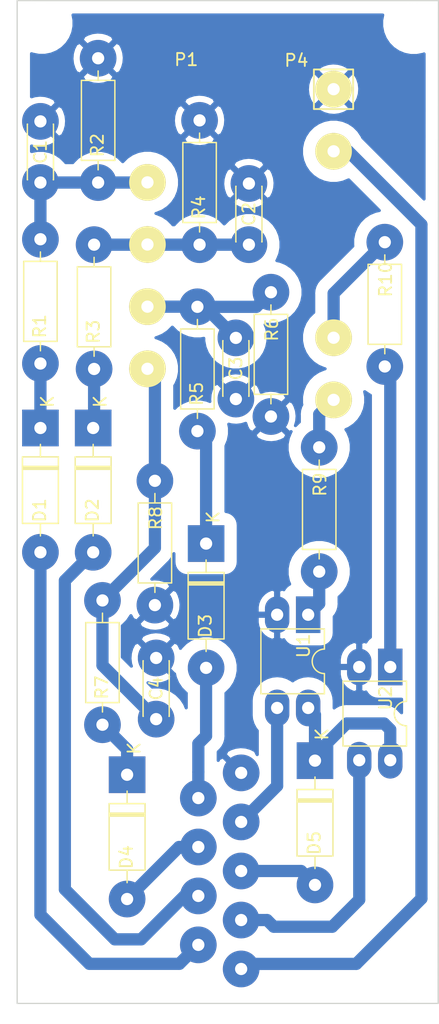
<source format=kicad_pcb>
(kicad_pcb (version 20171130) (host pcbnew 5.1.4-e60b266~84~ubuntu18.04.1)

  (general
    (thickness 1.6)
    (drawings 7)
    (tracks 71)
    (zones 0)
    (modules 28)
    (nets 23)
  )

  (page A4)
  (title_block
    (title "OneTouchM3 PCB")
    (date 2019-08-13)
    (rev 1.2)
  )

  (layers
    (0 F.Cu signal)
    (31 B.Cu signal)
    (32 B.Adhes user)
    (33 F.Adhes user)
    (34 B.Paste user)
    (35 F.Paste user)
    (36 B.SilkS user hide)
    (37 F.SilkS user hide)
    (38 B.Mask user)
    (39 F.Mask user)
    (40 Dwgs.User user)
    (41 Cmts.User user)
    (42 Eco1.User user)
    (43 Eco2.User user)
    (44 Edge.Cuts user)
    (45 Margin user)
    (46 B.CrtYd user)
    (47 F.CrtYd user)
    (48 B.Fab user)
    (49 F.Fab user)
  )

  (setup
    (last_trace_width 1)
    (trace_clearance 1)
    (zone_clearance 1)
    (zone_45_only no)
    (trace_min 0.2)
    (via_size 1)
    (via_drill 0.9)
    (via_min_size 0.4)
    (via_min_drill 0.3)
    (uvia_size 0.3)
    (uvia_drill 0.1)
    (uvias_allowed no)
    (uvia_min_size 0.2)
    (uvia_min_drill 0.1)
    (edge_width 0.1)
    (segment_width 0.15)
    (pcb_text_width 0.3)
    (pcb_text_size 1.5 1.5)
    (mod_edge_width 0.15)
    (mod_text_size 1 1)
    (mod_text_width 0.15)
    (pad_size 1.5 1.5)
    (pad_drill 0.6)
    (pad_to_mask_clearance 0)
    (solder_mask_min_width 0.5)
    (aux_axis_origin 128.3335 160.9711)
    (grid_origin 128.3335 160.9725)
    (visible_elements 7FFFFFFF)
    (pcbplotparams
      (layerselection 0x00000_fffffffe)
      (usegerberextensions false)
      (usegerberattributes false)
      (usegerberadvancedattributes false)
      (creategerberjobfile false)
      (excludeedgelayer true)
      (linewidth 0.100000)
      (plotframeref true)
      (viasonmask false)
      (mode 1)
      (useauxorigin false)
      (hpglpennumber 1)
      (hpglpenspeed 20)
      (hpglpendiameter 15.000000)
      (psnegative false)
      (psa4output false)
      (plotreference true)
      (plotvalue true)
      (plotinvisibletext false)
      (padsonsilk false)
      (subtractmaskfromsilk false)
      (outputformat 4)
      (mirror false)
      (drillshape 1)
      (scaleselection 1)
      (outputdirectory "Out"))
  )

  (net 0 "")
  (net 1 GND)
  (net 2 VCC)
  (net 3 "Net-(D1-Pad1)")
  (net 4 /Right_turn_sw)
  (net 5 /Left_turn_sw)
  (net 6 "Net-(D2-Pad1)")
  (net 7 /D2)
  (net 8 /D4)
  (net 9 /D6)
  (net 10 /D8)
  (net 11 "/D10_(SS)")
  (net 12 /D12_MISO)
  (net 13 "Net-(R10-Pad2)")
  (net 14 "Net-(R9-Pad2)")
  (net 15 /Left_blink)
  (net 16 "Net-(D4-Pad1)")
  (net 17 /Right_blink)
  (net 18 "Net-(D3-Pad1)")
  (net 19 /Right_BCM)
  (net 20 /Left_BCM)
  (net 21 /Common_BCM)
  (net 22 "Net-(D5-Pad1)")

  (net_class Default "This is the default net class."
    (clearance 1)
    (trace_width 1)
    (via_dia 1)
    (via_drill 0.9)
    (uvia_dia 0.3)
    (uvia_drill 0.1)
    (add_net /Common_BCM)
    (add_net "/D10_(SS)")
    (add_net /D12_MISO)
    (add_net /D2)
    (add_net /D4)
    (add_net /D6)
    (add_net /D8)
    (add_net /Left_blink)
    (add_net /Left_turn_sw)
    (add_net /Right_blink)
    (add_net /Right_turn_sw)
    (add_net "Net-(D1-Pad1)")
    (add_net "Net-(D2-Pad1)")
    (add_net "Net-(D3-Pad1)")
    (add_net "Net-(D4-Pad1)")
    (add_net "Net-(D5-Pad1)")
    (add_net VCC)
  )

  (net_class "Ardunino Pro Mini Pards" ""
    (clearance 0.4)
    (trace_width 1)
    (via_dia 1)
    (via_drill 0.9)
    (uvia_dia 0.3)
    (uvia_drill 0.1)
    (add_net /Left_BCM)
    (add_net /Right_BCM)
    (add_net GND)
    (add_net "Net-(R10-Pad2)")
    (add_net "Net-(R9-Pad2)")
  )

  (module OneTouchM3:MountingHole_3mm_simple (layer F.Cu) (tedit 5BF1D194) (tstamp 5CB70D7B)
    (at 130.36042 80.84058)
    (descr "Mounting Hole 3mm, no annular")
    (tags "mounting hole 3mm no annular")
    (attr virtual)
    (fp_text reference "" (at 0 -4) (layer F.SilkS) hide
      (effects (font (size 1 1) (thickness 0.15)))
    )
    (fp_text value "" (at 0 4) (layer F.Fab) hide
      (effects (font (size 1 1) (thickness 0.15)))
    )
    (fp_text user "" (at 5.3467 -0.3683) (layer F.Fab) hide
      (effects (font (size 1 1) (thickness 0.15)))
    )
    (pad 1 np_thru_hole circle (at 0 0) (size 3 3) (drill 3) (layers *.Cu *.Mask))
  )

  (module OneTouchM3:MountingHole_3mm_simple (layer F.Cu) (tedit 5BF1D194) (tstamp 5CB70CEA)
    (at 160.80486 80.85582)
    (descr "Mounting Hole 3mm, no annular")
    (tags "mounting hole 3mm no annular")
    (attr virtual)
    (fp_text reference "" (at 0 -4) (layer F.SilkS) hide
      (effects (font (size 1 1) (thickness 0.15)))
    )
    (fp_text value "" (at 0 4) (layer F.Fab) hide
      (effects (font (size 1 1) (thickness 0.15)))
    )
    (fp_text user "" (at 5.3467 -0.3683) (layer F.Fab) hide
      (effects (font (size 1 1) (thickness 0.15)))
    )
    (pad 1 np_thru_hole circle (at 0 0) (size 3 3) (drill 3) (layers *.Cu *.Mask))
  )

  (module OneTouchM3:MountingHole_3mm_simple (layer F.Cu) (tedit 5BF1D194) (tstamp 5CAB07D8)
    (at 160.78962 159.1437)
    (descr "Mounting Hole 3mm, no annular")
    (tags "mounting hole 3mm no annular")
    (attr virtual)
    (fp_text reference REF** (at 0 -4) (layer F.SilkS) hide
      (effects (font (size 1 1) (thickness 0.15)))
    )
    (fp_text value "" (at 0 4) (layer F.Fab) hide
      (effects (font (size 1 1) (thickness 0.15)))
    )
    (fp_text user "" (at 5.3467 -0.3683) (layer F.Fab) hide
      (effects (font (size 1 1) (thickness 0.15)))
    )
    (pad 1 np_thru_hole circle (at 0 0) (size 3 3) (drill 3) (layers *.Cu *.Mask))
  )

  (module OneTouchM3:R (layer F.Cu) (tedit 5BF177EE) (tstamp 5C9E19E3)
    (at 143.2687 98.9457 90)
    (descr "Resistor, Axial_DIN0207 series, Axial, Horizontal, pin pitch=10.16mm, 0.25W = 1/4W, length*diameter=6.3*2.5mm^2, http://cdn-reichelt.de/documents/datenblatt/B400/1_4W%23YAG.pdf")
    (tags "Resistor Axial_DIN0207 series Axial Horizontal pin pitch 10.16mm 0.25W = 1/4W length 6.3mm diameter 2.5mm")
    (path /5BEB6AFA)
    (fp_text reference R4 (at 3.048 -0.0635 90) (layer F.SilkS)
      (effects (font (size 1 1) (thickness 0.15)))
    )
    (fp_text value 47k (at 6.0325 0.127 90) (layer F.Fab)
      (effects (font (size 1 1) (thickness 0.15)))
    )
    (fp_line (start 1.93 -1.25) (end 1.93 1.25) (layer F.Fab) (width 0.1))
    (fp_line (start 1.93 1.25) (end 8.23 1.25) (layer F.Fab) (width 0.1))
    (fp_line (start 8.23 1.25) (end 8.23 -1.25) (layer F.Fab) (width 0.1))
    (fp_line (start 8.23 -1.25) (end 1.93 -1.25) (layer F.Fab) (width 0.1))
    (fp_line (start 0 0) (end 1.93 0) (layer F.Fab) (width 0.1))
    (fp_line (start 10.16 0) (end 8.23 0) (layer F.Fab) (width 0.1))
    (fp_line (start 1.81 -1.37) (end 1.81 1.37) (layer F.SilkS) (width 0.12))
    (fp_line (start 1.81 1.37) (end 8.35 1.37) (layer F.SilkS) (width 0.12))
    (fp_line (start 8.35 1.37) (end 8.35 -1.37) (layer F.SilkS) (width 0.12))
    (fp_line (start 8.35 -1.37) (end 1.81 -1.37) (layer F.SilkS) (width 0.12))
    (fp_line (start 1.04 0) (end 1.81 0) (layer F.SilkS) (width 0.12))
    (fp_line (start 9.12 0) (end 8.35 0) (layer F.SilkS) (width 0.12))
    (fp_line (start -1.05 -1.5) (end -1.05 1.5) (layer F.CrtYd) (width 0.05))
    (fp_line (start -1.05 1.5) (end 11.21 1.5) (layer F.CrtYd) (width 0.05))
    (fp_line (start 11.21 1.5) (end 11.21 -1.5) (layer F.CrtYd) (width 0.05))
    (fp_line (start 11.21 -1.5) (end -1.05 -1.5) (layer F.CrtYd) (width 0.05))
    (fp_text user %R (at 3.048 -0.0635 90) (layer F.Fab)
      (effects (font (size 1 1) (thickness 0.15)))
    )
    (pad 1 thru_hole circle (at 0 0 90) (size 3 3) (drill 1) (layers *.Cu *.Mask)
      (net 8 /D4))
    (pad 2 thru_hole circle (at 10.16 0 90) (size 3 3) (drill 1) (layers *.Cu *.Mask)
      (net 1 GND))
    (model ${KISYS3DMOD}/Resistor_THT.3dshapes/R_Axial_DIN0207_L6.3mm_D2.5mm_P10.16mm_Horizontal.wrl
      (at (xyz 0 0 0))
      (scale (xyz 1 1 1))
      (rotate (xyz 0 0 0))
    )
  )

  (module OneTouchM3:P1_digital locked (layer F.Cu) (tedit 5BF1C015) (tstamp 5C9E1A80)
    (at 139.0015 83.693 270)
    (descr "Through hole socket strip")
    (tags "socket strip")
    (path /56D754D1)
    (fp_text reference P1 (at 0.127 -3.175) (layer F.SilkS)
      (effects (font (size 1 1) (thickness 0.15)))
    )
    (fp_text value Digital (at 1.651 -4.445) (layer F.Fab)
      (effects (font (size 1 1) (thickness 0.15)))
    )
    (fp_line (start -1.75 1.75) (end 29.7 1.75) (layer F.CrtYd) (width 0.05))
    (fp_line (start -1.75 -1.75) (end 29.7 -1.75) (layer F.CrtYd) (width 0.05))
    (fp_line (start 29.7 -1.75) (end 29.7 1.75) (layer F.CrtYd) (width 0.05))
    (fp_line (start -1.75 -1.75) (end -1.75 1.75) (layer F.CrtYd) (width 0.05))
    (pad 11 thru_hole circle (at 25.4 0 270) (size 3 3) (drill 1) (layers *.Cu *.Mask F.SilkS)
      (net 10 /D8))
    (pad 9 thru_hole circle (at 20.32 0 270) (size 3 3) (drill 1) (layers *.Cu *.Mask F.SilkS)
      (net 9 /D6))
    (pad 7 thru_hole circle (at 15.24 0 270) (size 3 3) (drill 1) (layers *.Cu *.Mask F.SilkS)
      (net 8 /D4))
    (pad 5 thru_hole circle (at 10.16 0 270) (size 3 3) (drill 1) (layers *.Cu *.Mask F.SilkS)
      (net 7 /D2))
    (model ${KIPRJMOD}/Socket_Arduino_Pro_Mini.3dshapes/Socket_header_Arduino_1x12.wrl
      (offset (xyz 13.96999979019165 0 0))
      (scale (xyz 1 1 1))
      (rotate (xyz 0 0 180))
    )
  )

  (module OneTouchM3:Car_connector (layer F.Cu) (tedit 5BF1CA41) (tstamp 5C9E4D5A)
    (at 146.6723 142.1257 270)
    (descr "9-pin D-Sub connector, straight/vertical, THT-mount, male, pitch 2.77x2.84mm, distance of mounting holes 25mm, see https://disti-assets.s3.amazonaws.com/tonar/files/datasheets/16730.pdf")
    (tags "9-pin D-Sub connector straight vertical THT male pitch 2.77x2.84mm mounting holes distance 25mm")
    (path /5BEC774C)
    (fp_text reference J3 (at 5.54 -5.89 270) (layer F.SilkS) hide
      (effects (font (size 1 1) (thickness 0.15)))
    )
    (fp_text value "Car connector" (at 19.7104 0.8382 180) (layer F.Fab)
      (effects (font (size 1 1) (thickness 0.15)))
    )
    (fp_text user %R (at 5.54 1.47 270) (layer F.Fab)
      (effects (font (size 1 1) (thickness 0.15)))
    )
    (pad 9 thru_hole circle (at 14.0588 3.507 270) (size 3 3) (drill 1) (layers *.Cu *.Mask)
      (net 4 /Right_turn_sw))
    (pad 8 thru_hole circle (at 10.058332 3.507 270) (size 3 3) (drill 1) (layers *.Cu *.Mask)
      (net 5 /Left_turn_sw))
    (pad 7 thru_hole circle (at 6.057866 3.507 270) (size 3 3) (drill 1) (layers *.Cu *.Mask)
      (net 15 /Left_blink))
    (pad 6 thru_hole circle (at 2.0574 3.507 270) (size 3 3) (drill 1) (layers *.Cu *.Mask)
      (net 17 /Right_blink))
    (pad 5 thru_hole circle (at 16.03 0 270) (size 3 3) (drill 1) (layers *.Cu *.Mask)
      (net 2 VCC))
    (pad 4 thru_hole circle (at 12.03 0 270) (size 3 3) (drill 1) (layers *.Cu *.Mask)
      (net 20 /Left_BCM))
    (pad 3 thru_hole circle (at 8.02 0 270) (size 3 3) (drill 1) (layers *.Cu *.Mask)
      (net 21 /Common_BCM))
    (pad 2 thru_hole circle (at 4.01 0 270) (size 3 3) (drill 1) (layers *.Cu *.Mask)
      (net 19 /Right_BCM))
    (pad 1 thru_hole circle (at 0 0 270) (size 3 3) (drill 1) (layers *.Cu *.Mask)
      (net 1 GND))
    (model ${KISYS3DMOD}/Connector_Dsub.3dshapes/DSUB-9_Male_Vertical_P2.77x2.84mm.wrl
      (at (xyz 0 0 0))
      (scale (xyz 1 1 1))
      (rotate (xyz 0 0 0))
    )
  )

  (module OneTouchM3:C (layer F.Cu) (tedit 5BF1785E) (tstamp 5C9E1E21)
    (at 130.2385 93.8657 90)
    (descr "C, Disc series, Radial, pin pitch=5.00mm, , diameter*width=4.3*1.9mm^2, Capacitor, http://www.vishay.com/docs/45233/krseries.pdf")
    (tags "C Disc series Radial pin pitch 5.00mm  diameter 4.3mm width 1.9mm Capacitor")
    (path /5BEDDDCE)
    (fp_text reference C1 (at 2.5 0 90) (layer F.SilkS)
      (effects (font (size 1 1) (thickness 0.15)))
    )
    (fp_text value 100n (at 8.128 0.1905 90) (layer F.Fab)
      (effects (font (size 1 1) (thickness 0.15)))
    )
    (fp_line (start 0.35 -0.95) (end 0.35 0.95) (layer F.Fab) (width 0.1))
    (fp_line (start 0.35 0.95) (end 4.65 0.95) (layer F.Fab) (width 0.1))
    (fp_line (start 4.65 0.95) (end 4.65 -0.95) (layer F.Fab) (width 0.1))
    (fp_line (start 4.65 -0.95) (end 0.35 -0.95) (layer F.Fab) (width 0.1))
    (fp_line (start 0.23 -1.07) (end 4.77 -1.07) (layer F.SilkS) (width 0.12))
    (fp_line (start 0.23 1.07) (end 4.77 1.07) (layer F.SilkS) (width 0.12))
    (fp_line (start 0.23 -1.07) (end 0.23 -1.055) (layer F.SilkS) (width 0.12))
    (fp_line (start 0.23 1.055) (end 0.23 1.07) (layer F.SilkS) (width 0.12))
    (fp_line (start 4.77 -1.07) (end 4.77 -1.055) (layer F.SilkS) (width 0.12))
    (fp_line (start 4.77 1.055) (end 4.77 1.07) (layer F.SilkS) (width 0.12))
    (fp_line (start -1.05 -1.2) (end -1.05 1.2) (layer F.CrtYd) (width 0.05))
    (fp_line (start -1.05 1.2) (end 6.05 1.2) (layer F.CrtYd) (width 0.05))
    (fp_line (start 6.05 1.2) (end 6.05 -1.2) (layer F.CrtYd) (width 0.05))
    (fp_line (start 6.05 -1.2) (end -1.05 -1.2) (layer F.CrtYd) (width 0.05))
    (fp_text user %R (at 2.5 0 90) (layer F.Fab)
      (effects (font (size 0.86 0.86) (thickness 0.129)))
    )
    (pad 1 thru_hole circle (at 0 0 90) (size 3 3) (drill 1) (layers *.Cu *.Mask)
      (net 7 /D2))
    (pad 2 thru_hole circle (at 5 0 90) (size 3 3) (drill 1) (layers *.Cu *.Mask)
      (net 1 GND))
    (model ${KISYS3DMOD}/Capacitor_THT.3dshapes/C_Disc_D4.3mm_W1.9mm_P5.00mm.wrl
      (at (xyz 0 0 0))
      (scale (xyz 1 1 1))
      (rotate (xyz 0 0 0))
    )
  )

  (module OneTouchM3:C (layer F.Cu) (tedit 5BF1785E) (tstamp 5C9E1B8B)
    (at 146.2405 106.5657 270)
    (descr "C, Disc series, Radial, pin pitch=5.00mm, , diameter*width=4.3*1.9mm^2, Capacitor, http://www.vishay.com/docs/45233/krseries.pdf")
    (tags "C Disc series Radial pin pitch 5.00mm  diameter 4.3mm width 1.9mm Capacitor")
    (path /5BEE6EA6)
    (fp_text reference C3 (at 2.5 0 270) (layer F.SilkS)
      (effects (font (size 1 1) (thickness 0.15)))
    )
    (fp_text value 100n (at 8.128 0.1905 270) (layer F.Fab)
      (effects (font (size 1 1) (thickness 0.15)))
    )
    (fp_text user %R (at 2.5 0 270) (layer F.Fab)
      (effects (font (size 0.86 0.86) (thickness 0.129)))
    )
    (fp_line (start 6.05 -1.2) (end -1.05 -1.2) (layer F.CrtYd) (width 0.05))
    (fp_line (start 6.05 1.2) (end 6.05 -1.2) (layer F.CrtYd) (width 0.05))
    (fp_line (start -1.05 1.2) (end 6.05 1.2) (layer F.CrtYd) (width 0.05))
    (fp_line (start -1.05 -1.2) (end -1.05 1.2) (layer F.CrtYd) (width 0.05))
    (fp_line (start 4.77 1.055) (end 4.77 1.07) (layer F.SilkS) (width 0.12))
    (fp_line (start 4.77 -1.07) (end 4.77 -1.055) (layer F.SilkS) (width 0.12))
    (fp_line (start 0.23 1.055) (end 0.23 1.07) (layer F.SilkS) (width 0.12))
    (fp_line (start 0.23 -1.07) (end 0.23 -1.055) (layer F.SilkS) (width 0.12))
    (fp_line (start 0.23 1.07) (end 4.77 1.07) (layer F.SilkS) (width 0.12))
    (fp_line (start 0.23 -1.07) (end 4.77 -1.07) (layer F.SilkS) (width 0.12))
    (fp_line (start 4.65 -0.95) (end 0.35 -0.95) (layer F.Fab) (width 0.1))
    (fp_line (start 4.65 0.95) (end 4.65 -0.95) (layer F.Fab) (width 0.1))
    (fp_line (start 0.35 0.95) (end 4.65 0.95) (layer F.Fab) (width 0.1))
    (fp_line (start 0.35 -0.95) (end 0.35 0.95) (layer F.Fab) (width 0.1))
    (pad 2 thru_hole circle (at 5 0 270) (size 3 3) (drill 1) (layers *.Cu *.Mask)
      (net 1 GND))
    (pad 1 thru_hole circle (at 0 0 270) (size 3 3) (drill 1) (layers *.Cu *.Mask)
      (net 9 /D6))
    (model ${KISYS3DMOD}/Capacitor_THT.3dshapes/C_Disc_D4.3mm_W1.9mm_P5.00mm.wrl
      (at (xyz 0 0 0))
      (scale (xyz 1 1 1))
      (rotate (xyz 0 0 0))
    )
  )

  (module OneTouchM3:C (layer F.Cu) (tedit 5BF1785E) (tstamp 5C9EA2B0)
    (at 139.7127 137.7315 90)
    (descr "C, Disc series, Radial, pin pitch=5.00mm, , diameter*width=4.3*1.9mm^2, Capacitor, http://www.vishay.com/docs/45233/krseries.pdf")
    (tags "C Disc series Radial pin pitch 5.00mm  diameter 4.3mm width 1.9mm Capacitor")
    (path /5BEE266B)
    (fp_text reference C4 (at 2.5 0 90) (layer F.SilkS)
      (effects (font (size 1 1) (thickness 0.15)))
    )
    (fp_text value 100n (at 8.128 0.1905 90) (layer F.Fab)
      (effects (font (size 1 1) (thickness 0.15)))
    )
    (fp_line (start 0.35 -0.95) (end 0.35 0.95) (layer F.Fab) (width 0.1))
    (fp_line (start 0.35 0.95) (end 4.65 0.95) (layer F.Fab) (width 0.1))
    (fp_line (start 4.65 0.95) (end 4.65 -0.95) (layer F.Fab) (width 0.1))
    (fp_line (start 4.65 -0.95) (end 0.35 -0.95) (layer F.Fab) (width 0.1))
    (fp_line (start 0.23 -1.07) (end 4.77 -1.07) (layer F.SilkS) (width 0.12))
    (fp_line (start 0.23 1.07) (end 4.77 1.07) (layer F.SilkS) (width 0.12))
    (fp_line (start 0.23 -1.07) (end 0.23 -1.055) (layer F.SilkS) (width 0.12))
    (fp_line (start 0.23 1.055) (end 0.23 1.07) (layer F.SilkS) (width 0.12))
    (fp_line (start 4.77 -1.07) (end 4.77 -1.055) (layer F.SilkS) (width 0.12))
    (fp_line (start 4.77 1.055) (end 4.77 1.07) (layer F.SilkS) (width 0.12))
    (fp_line (start -1.05 -1.2) (end -1.05 1.2) (layer F.CrtYd) (width 0.05))
    (fp_line (start -1.05 1.2) (end 6.05 1.2) (layer F.CrtYd) (width 0.05))
    (fp_line (start 6.05 1.2) (end 6.05 -1.2) (layer F.CrtYd) (width 0.05))
    (fp_line (start 6.05 -1.2) (end -1.05 -1.2) (layer F.CrtYd) (width 0.05))
    (fp_text user %R (at 2.5 0 90) (layer F.Fab)
      (effects (font (size 0.86 0.86) (thickness 0.129)))
    )
    (pad 1 thru_hole circle (at 0 0 90) (size 3 3) (drill 1) (layers *.Cu *.Mask)
      (net 10 /D8))
    (pad 2 thru_hole circle (at 5 0 90) (size 3 3) (drill 1) (layers *.Cu *.Mask)
      (net 1 GND))
    (model ${KISYS3DMOD}/Capacitor_THT.3dshapes/C_Disc_D4.3mm_W1.9mm_P5.00mm.wrl
      (at (xyz 0 0 0))
      (scale (xyz 1 1 1))
      (rotate (xyz 0 0 0))
    )
  )

  (module OneTouchM3:C (layer F.Cu) (tedit 5BF1785E) (tstamp 5C9E2C16)
    (at 147.3073 98.9457 90)
    (descr "C, Disc series, Radial, pin pitch=5.00mm, , diameter*width=4.3*1.9mm^2, Capacitor, http://www.vishay.com/docs/45233/krseries.pdf")
    (tags "C Disc series Radial pin pitch 5.00mm  diameter 4.3mm width 1.9mm Capacitor")
    (path /5BEEFF94)
    (fp_text reference C2 (at 2.5 0 90) (layer F.SilkS)
      (effects (font (size 1 1) (thickness 0.15)))
    )
    (fp_text value 100n (at 8.128 0.1905 90) (layer F.Fab)
      (effects (font (size 1 1) (thickness 0.15)))
    )
    (fp_text user %R (at 2.5 0 90) (layer F.Fab)
      (effects (font (size 0.86 0.86) (thickness 0.129)))
    )
    (fp_line (start 6.05 -1.2) (end -1.05 -1.2) (layer F.CrtYd) (width 0.05))
    (fp_line (start 6.05 1.2) (end 6.05 -1.2) (layer F.CrtYd) (width 0.05))
    (fp_line (start -1.05 1.2) (end 6.05 1.2) (layer F.CrtYd) (width 0.05))
    (fp_line (start -1.05 -1.2) (end -1.05 1.2) (layer F.CrtYd) (width 0.05))
    (fp_line (start 4.77 1.055) (end 4.77 1.07) (layer F.SilkS) (width 0.12))
    (fp_line (start 4.77 -1.07) (end 4.77 -1.055) (layer F.SilkS) (width 0.12))
    (fp_line (start 0.23 1.055) (end 0.23 1.07) (layer F.SilkS) (width 0.12))
    (fp_line (start 0.23 -1.07) (end 0.23 -1.055) (layer F.SilkS) (width 0.12))
    (fp_line (start 0.23 1.07) (end 4.77 1.07) (layer F.SilkS) (width 0.12))
    (fp_line (start 0.23 -1.07) (end 4.77 -1.07) (layer F.SilkS) (width 0.12))
    (fp_line (start 4.65 -0.95) (end 0.35 -0.95) (layer F.Fab) (width 0.1))
    (fp_line (start 4.65 0.95) (end 4.65 -0.95) (layer F.Fab) (width 0.1))
    (fp_line (start 0.35 0.95) (end 4.65 0.95) (layer F.Fab) (width 0.1))
    (fp_line (start 0.35 -0.95) (end 0.35 0.95) (layer F.Fab) (width 0.1))
    (pad 2 thru_hole circle (at 5 0 90) (size 3 3) (drill 1) (layers *.Cu *.Mask)
      (net 1 GND))
    (pad 1 thru_hole circle (at 0 0 90) (size 3 3) (drill 1) (layers *.Cu *.Mask)
      (net 8 /D4))
    (model ${KISYS3DMOD}/Capacitor_THT.3dshapes/C_Disc_D4.3mm_W1.9mm_P5.00mm.wrl
      (at (xyz 0 0 0))
      (scale (xyz 1 1 1))
      (rotate (xyz 0 0 0))
    )
  )

  (module OneTouchM3:D (layer F.Cu) (tedit 5BF17EBA) (tstamp 5C9E1B37)
    (at 130.2385 113.9317 270)
    (descr "Diode, DO-41_SOD81 series, Axial, Horizontal, pin pitch=10.16mm, , length*diameter=5.2*2.7mm^2, , http://www.diodes.com/_files/packages/DO-41%20(Plastic).pdf")
    (tags "Diode DO-41_SOD81 series Axial Horizontal pin pitch 10.16mm  length 5.2mm diameter 2.7mm")
    (path /5BEB2D76)
    (fp_text reference D1 (at 6.731 0.0635 270) (layer F.SilkS)
      (effects (font (size 1 1) (thickness 0.15)))
    )
    (fp_text value 1N4007 (at 4.92252 2.46126 270) (layer F.Fab)
      (effects (font (size 1 1) (thickness 0.15)))
    )
    (fp_text user K (at -2.159 -0.5715 270) (layer F.SilkS)
      (effects (font (size 1 1) (thickness 0.15)))
    )
    (fp_text user K (at -2.159 -0.5715 270) (layer F.Fab)
      (effects (font (size 1 1) (thickness 0.15)))
    )
    (fp_text user %R (at 6.731 0.0635 270) (layer F.Fab)
      (effects (font (size 1 1) (thickness 0.15)))
    )
    (fp_line (start 11.51 -1.6) (end -1.35 -1.6) (layer F.CrtYd) (width 0.05))
    (fp_line (start 11.51 1.6) (end 11.51 -1.6) (layer F.CrtYd) (width 0.05))
    (fp_line (start -1.35 1.6) (end 11.51 1.6) (layer F.CrtYd) (width 0.05))
    (fp_line (start -1.35 -1.6) (end -1.35 1.6) (layer F.CrtYd) (width 0.05))
    (fp_line (start 3.14 -1.47) (end 3.14 1.47) (layer F.SilkS) (width 0.12))
    (fp_line (start 3.38 -1.47) (end 3.38 1.47) (layer F.SilkS) (width 0.12))
    (fp_line (start 3.26 -1.47) (end 3.26 1.47) (layer F.SilkS) (width 0.12))
    (fp_line (start 8.82 0) (end 7.8 0) (layer F.SilkS) (width 0.12))
    (fp_line (start 1.34 0) (end 2.36 0) (layer F.SilkS) (width 0.12))
    (fp_line (start 7.8 -1.47) (end 2.36 -1.47) (layer F.SilkS) (width 0.12))
    (fp_line (start 7.8 1.47) (end 7.8 -1.47) (layer F.SilkS) (width 0.12))
    (fp_line (start 2.36 1.47) (end 7.8 1.47) (layer F.SilkS) (width 0.12))
    (fp_line (start 2.36 -1.47) (end 2.36 1.47) (layer F.SilkS) (width 0.12))
    (fp_line (start 3.16 -1.35) (end 3.16 1.35) (layer F.Fab) (width 0.1))
    (fp_line (start 3.36 -1.35) (end 3.36 1.35) (layer F.Fab) (width 0.1))
    (fp_line (start 3.26 -1.35) (end 3.26 1.35) (layer F.Fab) (width 0.1))
    (fp_line (start 10.16 0) (end 7.68 0) (layer F.Fab) (width 0.1))
    (fp_line (start 0 0) (end 2.48 0) (layer F.Fab) (width 0.1))
    (fp_line (start 7.68 -1.35) (end 2.48 -1.35) (layer F.Fab) (width 0.1))
    (fp_line (start 7.68 1.35) (end 7.68 -1.35) (layer F.Fab) (width 0.1))
    (fp_line (start 2.48 1.35) (end 7.68 1.35) (layer F.Fab) (width 0.1))
    (fp_line (start 2.48 -1.35) (end 2.48 1.35) (layer F.Fab) (width 0.1))
    (pad 2 thru_hole circle (at 10.16 0 270) (size 3 3) (drill 1) (layers *.Cu *.Mask)
      (net 4 /Right_turn_sw))
    (pad 1 thru_hole rect (at 0 0 270) (size 3 3) (drill 1) (layers *.Cu *.Mask)
      (net 3 "Net-(D1-Pad1)"))
    (model ${KISYS3DMOD}/Diode_THT.3dshapes/D_DO-41_SOD81_P10.16mm_Horizontal.wrl
      (at (xyz 0 0 0))
      (scale (xyz 1 1 1))
      (rotate (xyz 0 0 0))
    )
  )

  (module OneTouchM3:D (layer F.Cu) (tedit 5BF17EBA) (tstamp 5C9E1B19)
    (at 134.5565 113.9317 270)
    (descr "Diode, DO-41_SOD81 series, Axial, Horizontal, pin pitch=10.16mm, , length*diameter=5.2*2.7mm^2, , http://www.diodes.com/_files/packages/DO-41%20(Plastic).pdf")
    (tags "Diode DO-41_SOD81 series Axial Horizontal pin pitch 10.16mm  length 5.2mm diameter 2.7mm")
    (path /5BEB6AF4)
    (fp_text reference D2 (at 6.731 0.0635 270) (layer F.SilkS)
      (effects (font (size 1 1) (thickness 0.15)))
    )
    (fp_text value 1N4007 (at 4.92252 2.46126 270) (layer F.Fab)
      (effects (font (size 1 1) (thickness 0.15)))
    )
    (fp_line (start 2.48 -1.35) (end 2.48 1.35) (layer F.Fab) (width 0.1))
    (fp_line (start 2.48 1.35) (end 7.68 1.35) (layer F.Fab) (width 0.1))
    (fp_line (start 7.68 1.35) (end 7.68 -1.35) (layer F.Fab) (width 0.1))
    (fp_line (start 7.68 -1.35) (end 2.48 -1.35) (layer F.Fab) (width 0.1))
    (fp_line (start 0 0) (end 2.48 0) (layer F.Fab) (width 0.1))
    (fp_line (start 10.16 0) (end 7.68 0) (layer F.Fab) (width 0.1))
    (fp_line (start 3.26 -1.35) (end 3.26 1.35) (layer F.Fab) (width 0.1))
    (fp_line (start 3.36 -1.35) (end 3.36 1.35) (layer F.Fab) (width 0.1))
    (fp_line (start 3.16 -1.35) (end 3.16 1.35) (layer F.Fab) (width 0.1))
    (fp_line (start 2.36 -1.47) (end 2.36 1.47) (layer F.SilkS) (width 0.12))
    (fp_line (start 2.36 1.47) (end 7.8 1.47) (layer F.SilkS) (width 0.12))
    (fp_line (start 7.8 1.47) (end 7.8 -1.47) (layer F.SilkS) (width 0.12))
    (fp_line (start 7.8 -1.47) (end 2.36 -1.47) (layer F.SilkS) (width 0.12))
    (fp_line (start 1.34 0) (end 2.36 0) (layer F.SilkS) (width 0.12))
    (fp_line (start 8.82 0) (end 7.8 0) (layer F.SilkS) (width 0.12))
    (fp_line (start 3.26 -1.47) (end 3.26 1.47) (layer F.SilkS) (width 0.12))
    (fp_line (start 3.38 -1.47) (end 3.38 1.47) (layer F.SilkS) (width 0.12))
    (fp_line (start 3.14 -1.47) (end 3.14 1.47) (layer F.SilkS) (width 0.12))
    (fp_line (start -1.35 -1.6) (end -1.35 1.6) (layer F.CrtYd) (width 0.05))
    (fp_line (start -1.35 1.6) (end 11.51 1.6) (layer F.CrtYd) (width 0.05))
    (fp_line (start 11.51 1.6) (end 11.51 -1.6) (layer F.CrtYd) (width 0.05))
    (fp_line (start 11.51 -1.6) (end -1.35 -1.6) (layer F.CrtYd) (width 0.05))
    (fp_text user %R (at 6.731 0.0635 270) (layer F.Fab)
      (effects (font (size 1 1) (thickness 0.15)))
    )
    (fp_text user K (at -2.159 -0.5715 270) (layer F.Fab)
      (effects (font (size 1 1) (thickness 0.15)))
    )
    (fp_text user K (at -2.159 -0.5715 270) (layer F.SilkS)
      (effects (font (size 1 1) (thickness 0.15)))
    )
    (pad 1 thru_hole rect (at 0 0 270) (size 3 3) (drill 1) (layers *.Cu *.Mask)
      (net 6 "Net-(D2-Pad1)"))
    (pad 2 thru_hole circle (at 10.16 0 270) (size 3 3) (drill 1) (layers *.Cu *.Mask)
      (net 5 /Left_turn_sw))
    (model ${KISYS3DMOD}/Diode_THT.3dshapes/D_DO-41_SOD81_P10.16mm_Horizontal.wrl
      (at (xyz 0 0 0))
      (scale (xyz 1 1 1))
      (rotate (xyz 0 0 0))
    )
  )

  (module OneTouchM3:D (layer F.Cu) (tedit 5BF17EBA) (tstamp 5C9E4F4D)
    (at 143.8021 123.3805 270)
    (descr "Diode, DO-41_SOD81 series, Axial, Horizontal, pin pitch=10.16mm, , length*diameter=5.2*2.7mm^2, , http://www.diodes.com/_files/packages/DO-41%20(Plastic).pdf")
    (tags "Diode DO-41_SOD81 series Axial Horizontal pin pitch 10.16mm  length 5.2mm diameter 2.7mm")
    (path /5BEBD850)
    (fp_text reference D3 (at 6.731 0.0635 270) (layer F.SilkS)
      (effects (font (size 1 1) (thickness 0.15)))
    )
    (fp_text value 1N4007 (at 4.92252 2.46126 270) (layer F.Fab)
      (effects (font (size 1 1) (thickness 0.15)))
    )
    (fp_text user K (at -2.159 -0.5715 270) (layer F.SilkS)
      (effects (font (size 1 1) (thickness 0.15)))
    )
    (fp_text user K (at -2.159 -0.5715 270) (layer F.Fab)
      (effects (font (size 1 1) (thickness 0.15)))
    )
    (fp_text user %R (at 6.731 0.0635 270) (layer F.Fab)
      (effects (font (size 1 1) (thickness 0.15)))
    )
    (fp_line (start 11.51 -1.6) (end -1.35 -1.6) (layer F.CrtYd) (width 0.05))
    (fp_line (start 11.51 1.6) (end 11.51 -1.6) (layer F.CrtYd) (width 0.05))
    (fp_line (start -1.35 1.6) (end 11.51 1.6) (layer F.CrtYd) (width 0.05))
    (fp_line (start -1.35 -1.6) (end -1.35 1.6) (layer F.CrtYd) (width 0.05))
    (fp_line (start 3.14 -1.47) (end 3.14 1.47) (layer F.SilkS) (width 0.12))
    (fp_line (start 3.38 -1.47) (end 3.38 1.47) (layer F.SilkS) (width 0.12))
    (fp_line (start 3.26 -1.47) (end 3.26 1.47) (layer F.SilkS) (width 0.12))
    (fp_line (start 8.82 0) (end 7.8 0) (layer F.SilkS) (width 0.12))
    (fp_line (start 1.34 0) (end 2.36 0) (layer F.SilkS) (width 0.12))
    (fp_line (start 7.8 -1.47) (end 2.36 -1.47) (layer F.SilkS) (width 0.12))
    (fp_line (start 7.8 1.47) (end 7.8 -1.47) (layer F.SilkS) (width 0.12))
    (fp_line (start 2.36 1.47) (end 7.8 1.47) (layer F.SilkS) (width 0.12))
    (fp_line (start 2.36 -1.47) (end 2.36 1.47) (layer F.SilkS) (width 0.12))
    (fp_line (start 3.16 -1.35) (end 3.16 1.35) (layer F.Fab) (width 0.1))
    (fp_line (start 3.36 -1.35) (end 3.36 1.35) (layer F.Fab) (width 0.1))
    (fp_line (start 3.26 -1.35) (end 3.26 1.35) (layer F.Fab) (width 0.1))
    (fp_line (start 10.16 0) (end 7.68 0) (layer F.Fab) (width 0.1))
    (fp_line (start 0 0) (end 2.48 0) (layer F.Fab) (width 0.1))
    (fp_line (start 7.68 -1.35) (end 2.48 -1.35) (layer F.Fab) (width 0.1))
    (fp_line (start 7.68 1.35) (end 7.68 -1.35) (layer F.Fab) (width 0.1))
    (fp_line (start 2.48 1.35) (end 7.68 1.35) (layer F.Fab) (width 0.1))
    (fp_line (start 2.48 -1.35) (end 2.48 1.35) (layer F.Fab) (width 0.1))
    (pad 2 thru_hole circle (at 10.16 0 270) (size 3 3) (drill 1) (layers *.Cu *.Mask)
      (net 17 /Right_blink))
    (pad 1 thru_hole rect (at 0 0 270) (size 3 3) (drill 1) (layers *.Cu *.Mask)
      (net 18 "Net-(D3-Pad1)"))
    (model ${KISYS3DMOD}/Diode_THT.3dshapes/D_DO-41_SOD81_P10.16mm_Horizontal.wrl
      (at (xyz 0 0 0))
      (scale (xyz 1 1 1))
      (rotate (xyz 0 0 0))
    )
  )

  (module OneTouchM3:D (layer F.Cu) (tedit 5BF17EBA) (tstamp 5C9EA1BF)
    (at 137.33526 142.2781 270)
    (descr "Diode, DO-41_SOD81 series, Axial, Horizontal, pin pitch=10.16mm, , length*diameter=5.2*2.7mm^2, , http://www.diodes.com/_files/packages/DO-41%20(Plastic).pdf")
    (tags "Diode DO-41_SOD81 series Axial Horizontal pin pitch 10.16mm  length 5.2mm diameter 2.7mm")
    (path /5BEBD869)
    (fp_text reference D4 (at 6.731 0.0635 270) (layer F.SilkS)
      (effects (font (size 1 1) (thickness 0.15)))
    )
    (fp_text value 1N4007 (at 4.92252 2.46126 270) (layer F.Fab)
      (effects (font (size 1 1) (thickness 0.15)))
    )
    (fp_line (start 2.48 -1.35) (end 2.48 1.35) (layer F.Fab) (width 0.1))
    (fp_line (start 2.48 1.35) (end 7.68 1.35) (layer F.Fab) (width 0.1))
    (fp_line (start 7.68 1.35) (end 7.68 -1.35) (layer F.Fab) (width 0.1))
    (fp_line (start 7.68 -1.35) (end 2.48 -1.35) (layer F.Fab) (width 0.1))
    (fp_line (start 0 0) (end 2.48 0) (layer F.Fab) (width 0.1))
    (fp_line (start 10.16 0) (end 7.68 0) (layer F.Fab) (width 0.1))
    (fp_line (start 3.26 -1.35) (end 3.26 1.35) (layer F.Fab) (width 0.1))
    (fp_line (start 3.36 -1.35) (end 3.36 1.35) (layer F.Fab) (width 0.1))
    (fp_line (start 3.16 -1.35) (end 3.16 1.35) (layer F.Fab) (width 0.1))
    (fp_line (start 2.36 -1.47) (end 2.36 1.47) (layer F.SilkS) (width 0.12))
    (fp_line (start 2.36 1.47) (end 7.8 1.47) (layer F.SilkS) (width 0.12))
    (fp_line (start 7.8 1.47) (end 7.8 -1.47) (layer F.SilkS) (width 0.12))
    (fp_line (start 7.8 -1.47) (end 2.36 -1.47) (layer F.SilkS) (width 0.12))
    (fp_line (start 1.34 0) (end 2.36 0) (layer F.SilkS) (width 0.12))
    (fp_line (start 8.82 0) (end 7.8 0) (layer F.SilkS) (width 0.12))
    (fp_line (start 3.26 -1.47) (end 3.26 1.47) (layer F.SilkS) (width 0.12))
    (fp_line (start 3.38 -1.47) (end 3.38 1.47) (layer F.SilkS) (width 0.12))
    (fp_line (start 3.14 -1.47) (end 3.14 1.47) (layer F.SilkS) (width 0.12))
    (fp_line (start -1.35 -1.6) (end -1.35 1.6) (layer F.CrtYd) (width 0.05))
    (fp_line (start -1.35 1.6) (end 11.51 1.6) (layer F.CrtYd) (width 0.05))
    (fp_line (start 11.51 1.6) (end 11.51 -1.6) (layer F.CrtYd) (width 0.05))
    (fp_line (start 11.51 -1.6) (end -1.35 -1.6) (layer F.CrtYd) (width 0.05))
    (fp_text user %R (at 6.731 0.0635 270) (layer F.Fab)
      (effects (font (size 1 1) (thickness 0.15)))
    )
    (fp_text user K (at -2.159 -0.5715 270) (layer F.Fab)
      (effects (font (size 1 1) (thickness 0.15)))
    )
    (fp_text user K (at -2.159 -0.5715 270) (layer F.SilkS)
      (effects (font (size 1 1) (thickness 0.15)))
    )
    (pad 1 thru_hole rect (at 0 0 270) (size 3 3) (drill 1) (layers *.Cu *.Mask)
      (net 16 "Net-(D4-Pad1)"))
    (pad 2 thru_hole circle (at 10.16 0 270) (size 3 3) (drill 1) (layers *.Cu *.Mask)
      (net 15 /Left_blink))
    (model ${KISYS3DMOD}/Diode_THT.3dshapes/D_DO-41_SOD81_P10.16mm_Horizontal.wrl
      (at (xyz 0 0 0))
      (scale (xyz 1 1 1))
      (rotate (xyz 0 0 0))
    )
  )

  (module OneTouchM3:D (layer F.Cu) (tedit 5BF17EBA) (tstamp 5C9E1ABF)
    (at 152.7175 141.12494 270)
    (descr "Diode, DO-41_SOD81 series, Axial, Horizontal, pin pitch=10.16mm, , length*diameter=5.2*2.7mm^2, , http://www.diodes.com/_files/packages/DO-41%20(Plastic).pdf")
    (tags "Diode DO-41_SOD81 series Axial Horizontal pin pitch 10.16mm  length 5.2mm diameter 2.7mm")
    (path /5BECAAB7)
    (fp_text reference D5 (at 6.731 0.0635 90) (layer F.SilkS)
      (effects (font (size 1 1) (thickness 0.15)))
    )
    (fp_text value 1N4007 (at 4.92252 2.46126 90) (layer F.Fab)
      (effects (font (size 1 1) (thickness 0.15)))
    )
    (fp_text user K (at -2.159 -0.5715 90) (layer F.SilkS)
      (effects (font (size 1 1) (thickness 0.15)))
    )
    (fp_text user K (at -2.159 -0.5715 90) (layer F.Fab)
      (effects (font (size 1 1) (thickness 0.15)))
    )
    (fp_text user %R (at 6.731 0.0635 90) (layer F.Fab)
      (effects (font (size 1 1) (thickness 0.15)))
    )
    (fp_line (start 11.51 -1.6) (end -1.35 -1.6) (layer F.CrtYd) (width 0.05))
    (fp_line (start 11.51 1.6) (end 11.51 -1.6) (layer F.CrtYd) (width 0.05))
    (fp_line (start -1.35 1.6) (end 11.51 1.6) (layer F.CrtYd) (width 0.05))
    (fp_line (start -1.35 -1.6) (end -1.35 1.6) (layer F.CrtYd) (width 0.05))
    (fp_line (start 3.14 -1.47) (end 3.14 1.47) (layer F.SilkS) (width 0.12))
    (fp_line (start 3.38 -1.47) (end 3.38 1.47) (layer F.SilkS) (width 0.12))
    (fp_line (start 3.26 -1.47) (end 3.26 1.47) (layer F.SilkS) (width 0.12))
    (fp_line (start 8.82 0) (end 7.8 0) (layer F.SilkS) (width 0.12))
    (fp_line (start 1.34 0) (end 2.36 0) (layer F.SilkS) (width 0.12))
    (fp_line (start 7.8 -1.47) (end 2.36 -1.47) (layer F.SilkS) (width 0.12))
    (fp_line (start 7.8 1.47) (end 7.8 -1.47) (layer F.SilkS) (width 0.12))
    (fp_line (start 2.36 1.47) (end 7.8 1.47) (layer F.SilkS) (width 0.12))
    (fp_line (start 2.36 -1.47) (end 2.36 1.47) (layer F.SilkS) (width 0.12))
    (fp_line (start 3.16 -1.35) (end 3.16 1.35) (layer F.Fab) (width 0.1))
    (fp_line (start 3.36 -1.35) (end 3.36 1.35) (layer F.Fab) (width 0.1))
    (fp_line (start 3.26 -1.35) (end 3.26 1.35) (layer F.Fab) (width 0.1))
    (fp_line (start 10.16 0) (end 7.68 0) (layer F.Fab) (width 0.1))
    (fp_line (start 0 0) (end 2.48 0) (layer F.Fab) (width 0.1))
    (fp_line (start 7.68 -1.35) (end 2.48 -1.35) (layer F.Fab) (width 0.1))
    (fp_line (start 7.68 1.35) (end 7.68 -1.35) (layer F.Fab) (width 0.1))
    (fp_line (start 2.48 1.35) (end 7.68 1.35) (layer F.Fab) (width 0.1))
    (fp_line (start 2.48 -1.35) (end 2.48 1.35) (layer F.Fab) (width 0.1))
    (pad 2 thru_hole circle (at 10.16 0 270) (size 3 3) (drill 1) (layers *.Cu *.Mask)
      (net 21 /Common_BCM))
    (pad 1 thru_hole rect (at 0 0 270) (size 3 3) (drill 1) (layers *.Cu *.Mask)
      (net 22 "Net-(D5-Pad1)"))
    (model ${KISYS3DMOD}/Diode_THT.3dshapes/D_DO-41_SOD81_P10.16mm_Horizontal.wrl
      (at (xyz 0 0 0))
      (scale (xyz 1 1 1))
      (rotate (xyz 0 0 0))
    )
  )

  (module OneTouchM3:Optocoupler (layer F.Cu) (tedit 5BF178F8) (tstamp 5D5310EE)
    (at 158.87954 133.46938 270)
    (descr "4-lead though-hole mounted DIP package, row spacing 7.62 mm (300 mils)")
    (tags "THT DIP DIL PDIP 2.54mm 7.62mm 300mil")
    (path /5BECC8AA)
    (fp_text reference U2 (at 2.54 0.381 270) (layer F.SilkS)
      (effects (font (size 1 1) (thickness 0.15)))
    )
    (fp_text value EL817 (at 3.7465 2.7305 270) (layer F.Fab)
      (effects (font (size 1 1) (thickness 0.15)))
    )
    (fp_text user %R (at 2.54 0.381 270) (layer F.Fab)
      (effects (font (size 1 1) (thickness 0.15)))
    )
    (fp_line (start 8.7 -1.55) (end -1.1 -1.55) (layer F.CrtYd) (width 0.05))
    (fp_line (start 8.7 4.1) (end 8.7 -1.55) (layer F.CrtYd) (width 0.05))
    (fp_line (start -1.1 4.1) (end 8.7 4.1) (layer F.CrtYd) (width 0.05))
    (fp_line (start -1.1 -1.55) (end -1.1 4.1) (layer F.CrtYd) (width 0.05))
    (fp_line (start 6.46 -1.33) (end 4.81 -1.33) (layer F.SilkS) (width 0.12))
    (fp_line (start 6.46 3.87) (end 6.46 -1.33) (layer F.SilkS) (width 0.12))
    (fp_line (start 1.16 3.87) (end 6.46 3.87) (layer F.SilkS) (width 0.12))
    (fp_line (start 1.16 -1.33) (end 1.16 3.87) (layer F.SilkS) (width 0.12))
    (fp_line (start 2.81 -1.33) (end 1.16 -1.33) (layer F.SilkS) (width 0.12))
    (fp_line (start 0.635 -0.27) (end 1.635 -1.27) (layer F.Fab) (width 0.1))
    (fp_line (start 0.635 3.81) (end 0.635 -0.27) (layer F.Fab) (width 0.1))
    (fp_line (start 6.985 3.81) (end 0.635 3.81) (layer F.Fab) (width 0.1))
    (fp_line (start 6.985 -1.27) (end 6.985 3.81) (layer F.Fab) (width 0.1))
    (fp_line (start 1.635 -1.27) (end 6.985 -1.27) (layer F.Fab) (width 0.1))
    (fp_arc (start 3.81 -1.33) (end 2.81 -1.33) (angle -180) (layer F.SilkS) (width 0.12))
    (pad 4 thru_hole oval (at 7.62 0 270) (size 3 2) (drill 1) (layers *.Cu *.Mask)
      (net 22 "Net-(D5-Pad1)"))
    (pad 2 thru_hole oval (at 0 2.54 270) (size 3 2) (drill 1) (layers *.Cu *.Mask)
      (net 1 GND))
    (pad 3 thru_hole oval (at 7.62 2.54 270) (size 3 2) (drill 1) (layers *.Cu *.Mask)
      (net 20 /Left_BCM))
    (pad 1 thru_hole rect (at 0 0 270) (size 3 2) (drill 1) (layers *.Cu *.Mask)
      (net 13 "Net-(R10-Pad2)"))
    (model ${KISYS3DMOD}/Package_DIP.3dshapes/DIP-4_W7.62mm.wrl
      (at (xyz 0 0 0))
      (scale (xyz 1 1 1))
      (rotate (xyz 0 0 0))
    )
  )

  (module OneTouchM3:Optocoupler (layer F.Cu) (tedit 5BF178F8) (tstamp 5C9EA353)
    (at 152.1587 129.1971 270)
    (descr "4-lead though-hole mounted DIP package, row spacing 7.62 mm (300 mils)")
    (tags "THT DIP DIL PDIP 2.54mm 7.62mm 300mil")
    (path /5BECA988)
    (fp_text reference U1 (at 2.54 0.381 270) (layer F.SilkS)
      (effects (font (size 1 1) (thickness 0.15)))
    )
    (fp_text value EL817 (at 3.7465 2.7305 270) (layer F.Fab)
      (effects (font (size 1 1) (thickness 0.15)))
    )
    (fp_arc (start 3.81 -1.33) (end 2.81 -1.33) (angle -180) (layer F.SilkS) (width 0.12))
    (fp_line (start 1.635 -1.27) (end 6.985 -1.27) (layer F.Fab) (width 0.1))
    (fp_line (start 6.985 -1.27) (end 6.985 3.81) (layer F.Fab) (width 0.1))
    (fp_line (start 6.985 3.81) (end 0.635 3.81) (layer F.Fab) (width 0.1))
    (fp_line (start 0.635 3.81) (end 0.635 -0.27) (layer F.Fab) (width 0.1))
    (fp_line (start 0.635 -0.27) (end 1.635 -1.27) (layer F.Fab) (width 0.1))
    (fp_line (start 2.81 -1.33) (end 1.16 -1.33) (layer F.SilkS) (width 0.12))
    (fp_line (start 1.16 -1.33) (end 1.16 3.87) (layer F.SilkS) (width 0.12))
    (fp_line (start 1.16 3.87) (end 6.46 3.87) (layer F.SilkS) (width 0.12))
    (fp_line (start 6.46 3.87) (end 6.46 -1.33) (layer F.SilkS) (width 0.12))
    (fp_line (start 6.46 -1.33) (end 4.81 -1.33) (layer F.SilkS) (width 0.12))
    (fp_line (start -1.1 -1.55) (end -1.1 4.1) (layer F.CrtYd) (width 0.05))
    (fp_line (start -1.1 4.1) (end 8.7 4.1) (layer F.CrtYd) (width 0.05))
    (fp_line (start 8.7 4.1) (end 8.7 -1.55) (layer F.CrtYd) (width 0.05))
    (fp_line (start 8.7 -1.55) (end -1.1 -1.55) (layer F.CrtYd) (width 0.05))
    (fp_text user %R (at 2.54 0.381 270) (layer F.Fab)
      (effects (font (size 1 1) (thickness 0.15)))
    )
    (pad 1 thru_hole rect (at 0 0 270) (size 3 2) (drill 1) (layers *.Cu *.Mask)
      (net 14 "Net-(R9-Pad2)"))
    (pad 3 thru_hole oval (at 7.62 2.54 270) (size 3 2) (drill 1) (layers *.Cu *.Mask)
      (net 19 /Right_BCM))
    (pad 2 thru_hole oval (at 0 2.54 270) (size 3 2) (drill 1) (layers *.Cu *.Mask)
      (net 1 GND))
    (pad 4 thru_hole oval (at 7.62 0 270) (size 3 2) (drill 1) (layers *.Cu *.Mask)
      (net 22 "Net-(D5-Pad1)"))
    (model ${KISYS3DMOD}/Package_DIP.3dshapes/DIP-4_W7.62mm.wrl
      (at (xyz 0 0 0))
      (scale (xyz 1 1 1))
      (rotate (xyz 0 0 0))
    )
  )

  (module OneTouchM3:P4_analog locked (layer F.Cu) (tedit 5BF181FE) (tstamp 5C9E1CC8)
    (at 154.2415 83.693 270)
    (descr "Through hole socket strip")
    (tags "socket strip")
    (path /56D755F3)
    (fp_text reference P4 (at 0.1905 3.048) (layer F.SilkS)
      (effects (font (size 1 1) (thickness 0.15)))
    )
    (fp_text value Analog (at 1.5875 4.5085) (layer F.Fab)
      (effects (font (size 1 1) (thickness 0.15)))
    )
    (fp_line (start 4.1656 1.6129) (end 4.1656 -1.6002) (layer F.SilkS) (width 0.15))
    (fp_line (start -1.75 1.75) (end 29.7 1.75) (layer F.CrtYd) (width 0.05))
    (fp_line (start -1.75 -1.75) (end 29.7 -1.75) (layer F.CrtYd) (width 0.05))
    (fp_line (start 29.7 -1.75) (end 29.7 1.75) (layer F.CrtYd) (width 0.05))
    (fp_line (start -1.75 -1.75) (end -1.75 1.75) (layer F.CrtYd) (width 0.05))
    (fp_line (start 0.93218 1.6129) (end 4.1656 1.6129) (layer F.SilkS) (width 0.15))
    (fp_line (start 0.9271 -1.6002) (end 0.92964 1.61036) (layer F.SilkS) (width 0.15))
    (fp_line (start 4.1656 -1.6002) (end 0.9271 -1.6002) (layer F.SilkS) (width 0.15))
    (pad 12 thru_hole circle (at 27.94 0 270) (size 3 3) (drill 1) (layers *.Cu *.Mask F.SilkS)
      (net 11 "/D10_(SS)"))
    (pad 10 thru_hole circle (at 22.86 0 270) (size 3 3) (drill 1) (layers *.Cu *.Mask F.SilkS)
      (net 12 /D12_MISO))
    (pad 4 thru_hole circle (at 7.62 0 270) (size 3 3) (drill 1) (layers *.Cu *.Mask F.SilkS)
      (net 2 VCC))
    (pad 2 thru_hole circle (at 2.54 0 270) (size 3 3) (drill 1) (layers *.Cu *.Mask F.SilkS)
      (net 1 GND))
    (model ${KIPRJMOD}/Socket_Arduino_Pro_Mini.3dshapes/Socket_header_Arduino_1x12.wrl
      (offset (xyz 13.96999979019165 0 0))
      (scale (xyz 1 1 1))
      (rotate (xyz 0 0 180))
    )
  )

  (module OneTouchM3:R (layer F.Cu) (tedit 5BF177EE) (tstamp 5C9E1A51)
    (at 153.06294 115.51158 270)
    (descr "Resistor, Axial_DIN0207 series, Axial, Horizontal, pin pitch=10.16mm, 0.25W = 1/4W, length*diameter=6.3*2.5mm^2, http://cdn-reichelt.de/documents/datenblatt/B400/1_4W%23YAG.pdf")
    (tags "Resistor Axial_DIN0207 series Axial Horizontal pin pitch 10.16mm 0.25W = 1/4W length 6.3mm diameter 2.5mm")
    (path /5BEC7024)
    (fp_text reference R9 (at 3.048 -0.0635 270) (layer F.SilkS)
      (effects (font (size 1 1) (thickness 0.15)))
    )
    (fp_text value 220 (at 6.0325 0.127 270) (layer F.Fab)
      (effects (font (size 1 1) (thickness 0.15)))
    )
    (fp_text user %R (at 3.048 -0.0635 270) (layer F.Fab)
      (effects (font (size 1 1) (thickness 0.15)))
    )
    (fp_line (start 11.21 -1.5) (end -1.05 -1.5) (layer F.CrtYd) (width 0.05))
    (fp_line (start 11.21 1.5) (end 11.21 -1.5) (layer F.CrtYd) (width 0.05))
    (fp_line (start -1.05 1.5) (end 11.21 1.5) (layer F.CrtYd) (width 0.05))
    (fp_line (start -1.05 -1.5) (end -1.05 1.5) (layer F.CrtYd) (width 0.05))
    (fp_line (start 9.12 0) (end 8.35 0) (layer F.SilkS) (width 0.12))
    (fp_line (start 1.04 0) (end 1.81 0) (layer F.SilkS) (width 0.12))
    (fp_line (start 8.35 -1.37) (end 1.81 -1.37) (layer F.SilkS) (width 0.12))
    (fp_line (start 8.35 1.37) (end 8.35 -1.37) (layer F.SilkS) (width 0.12))
    (fp_line (start 1.81 1.37) (end 8.35 1.37) (layer F.SilkS) (width 0.12))
    (fp_line (start 1.81 -1.37) (end 1.81 1.37) (layer F.SilkS) (width 0.12))
    (fp_line (start 10.16 0) (end 8.23 0) (layer F.Fab) (width 0.1))
    (fp_line (start 0 0) (end 1.93 0) (layer F.Fab) (width 0.1))
    (fp_line (start 8.23 -1.25) (end 1.93 -1.25) (layer F.Fab) (width 0.1))
    (fp_line (start 8.23 1.25) (end 8.23 -1.25) (layer F.Fab) (width 0.1))
    (fp_line (start 1.93 1.25) (end 8.23 1.25) (layer F.Fab) (width 0.1))
    (fp_line (start 1.93 -1.25) (end 1.93 1.25) (layer F.Fab) (width 0.1))
    (pad 2 thru_hole circle (at 10.16 0 270) (size 3 3) (drill 1) (layers *.Cu *.Mask)
      (net 14 "Net-(R9-Pad2)"))
    (pad 1 thru_hole circle (at 0 0 270) (size 3 3) (drill 1) (layers *.Cu *.Mask)
      (net 11 "/D10_(SS)"))
    (model ${KISYS3DMOD}/Resistor_THT.3dshapes/R_Axial_DIN0207_L6.3mm_D2.5mm_P10.16mm_Horizontal.wrl
      (at (xyz 0 0 0))
      (scale (xyz 1 1 1))
      (rotate (xyz 0 0 0))
    )
  )

  (module OneTouchM3:R (layer F.Cu) (tedit 5BF177EE) (tstamp 5C9E1A3B)
    (at 139.6111 118.2497 270)
    (descr "Resistor, Axial_DIN0207 series, Axial, Horizontal, pin pitch=10.16mm, 0.25W = 1/4W, length*diameter=6.3*2.5mm^2, http://cdn-reichelt.de/documents/datenblatt/B400/1_4W%23YAG.pdf")
    (tags "Resistor Axial_DIN0207 series Axial Horizontal pin pitch 10.16mm 0.25W = 1/4W length 6.3mm diameter 2.5mm")
    (path /5BEBD86F)
    (fp_text reference R8 (at 3.048 -0.0635 270) (layer F.SilkS)
      (effects (font (size 1 1) (thickness 0.15)))
    )
    (fp_text value 47k (at 6.0325 0.127 270) (layer F.Fab)
      (effects (font (size 1 1) (thickness 0.15)))
    )
    (fp_line (start 1.93 -1.25) (end 1.93 1.25) (layer F.Fab) (width 0.1))
    (fp_line (start 1.93 1.25) (end 8.23 1.25) (layer F.Fab) (width 0.1))
    (fp_line (start 8.23 1.25) (end 8.23 -1.25) (layer F.Fab) (width 0.1))
    (fp_line (start 8.23 -1.25) (end 1.93 -1.25) (layer F.Fab) (width 0.1))
    (fp_line (start 0 0) (end 1.93 0) (layer F.Fab) (width 0.1))
    (fp_line (start 10.16 0) (end 8.23 0) (layer F.Fab) (width 0.1))
    (fp_line (start 1.81 -1.37) (end 1.81 1.37) (layer F.SilkS) (width 0.12))
    (fp_line (start 1.81 1.37) (end 8.35 1.37) (layer F.SilkS) (width 0.12))
    (fp_line (start 8.35 1.37) (end 8.35 -1.37) (layer F.SilkS) (width 0.12))
    (fp_line (start 8.35 -1.37) (end 1.81 -1.37) (layer F.SilkS) (width 0.12))
    (fp_line (start 1.04 0) (end 1.81 0) (layer F.SilkS) (width 0.12))
    (fp_line (start 9.12 0) (end 8.35 0) (layer F.SilkS) (width 0.12))
    (fp_line (start -1.05 -1.5) (end -1.05 1.5) (layer F.CrtYd) (width 0.05))
    (fp_line (start -1.05 1.5) (end 11.21 1.5) (layer F.CrtYd) (width 0.05))
    (fp_line (start 11.21 1.5) (end 11.21 -1.5) (layer F.CrtYd) (width 0.05))
    (fp_line (start 11.21 -1.5) (end -1.05 -1.5) (layer F.CrtYd) (width 0.05))
    (fp_text user %R (at 3.048 -0.0635 270) (layer F.Fab)
      (effects (font (size 1 1) (thickness 0.15)))
    )
    (pad 1 thru_hole circle (at 0 0 270) (size 3 3) (drill 1) (layers *.Cu *.Mask)
      (net 10 /D8))
    (pad 2 thru_hole circle (at 10.16 0 270) (size 3 3) (drill 1) (layers *.Cu *.Mask)
      (net 1 GND))
    (model ${KISYS3DMOD}/Resistor_THT.3dshapes/R_Axial_DIN0207_L6.3mm_D2.5mm_P10.16mm_Horizontal.wrl
      (at (xyz 0 0 0))
      (scale (xyz 1 1 1))
      (rotate (xyz 0 0 0))
    )
  )

  (module OneTouchM3:R (layer F.Cu) (tedit 5BF177EE) (tstamp 5C9E2AFD)
    (at 130.2385 108.6612 90)
    (descr "Resistor, Axial_DIN0207 series, Axial, Horizontal, pin pitch=10.16mm, 0.25W = 1/4W, length*diameter=6.3*2.5mm^2, http://cdn-reichelt.de/documents/datenblatt/B400/1_4W%23YAG.pdf")
    (tags "Resistor Axial_DIN0207 series Axial Horizontal pin pitch 10.16mm 0.25W = 1/4W length 6.3mm diameter 2.5mm")
    (path /5BE9FD10)
    (fp_text reference R1 (at 3.048 -0.0635 90) (layer F.SilkS)
      (effects (font (size 1 1) (thickness 0.15)))
    )
    (fp_text value 100k (at 3.89382 0.0254 90) (layer F.Fab)
      (effects (font (size 1 1) (thickness 0.15)))
    )
    (fp_text user %R (at 7.02818 0.08636 90) (layer F.Fab)
      (effects (font (size 1 1) (thickness 0.15)))
    )
    (fp_line (start 11.21 -1.5) (end -1.05 -1.5) (layer F.CrtYd) (width 0.05))
    (fp_line (start 11.21 1.5) (end 11.21 -1.5) (layer F.CrtYd) (width 0.05))
    (fp_line (start -1.05 1.5) (end 11.21 1.5) (layer F.CrtYd) (width 0.05))
    (fp_line (start -1.05 -1.5) (end -1.05 1.5) (layer F.CrtYd) (width 0.05))
    (fp_line (start 9.12 0) (end 8.35 0) (layer F.SilkS) (width 0.12))
    (fp_line (start 1.04 0) (end 1.81 0) (layer F.SilkS) (width 0.12))
    (fp_line (start 8.35 -1.37) (end 1.81 -1.37) (layer F.SilkS) (width 0.12))
    (fp_line (start 8.35 1.37) (end 8.35 -1.37) (layer F.SilkS) (width 0.12))
    (fp_line (start 1.81 1.37) (end 8.35 1.37) (layer F.SilkS) (width 0.12))
    (fp_line (start 1.81 -1.37) (end 1.81 1.37) (layer F.SilkS) (width 0.12))
    (fp_line (start 10.16 0) (end 8.23 0) (layer F.Fab) (width 0.1))
    (fp_line (start 0 0) (end 1.93 0) (layer F.Fab) (width 0.1))
    (fp_line (start 8.23 -1.25) (end 1.93 -1.25) (layer F.Fab) (width 0.1))
    (fp_line (start 8.23 1.25) (end 8.23 -1.25) (layer F.Fab) (width 0.1))
    (fp_line (start 1.93 1.25) (end 8.23 1.25) (layer F.Fab) (width 0.1))
    (fp_line (start 1.93 -1.25) (end 1.93 1.25) (layer F.Fab) (width 0.1))
    (pad 2 thru_hole circle (at 10.16 0 90) (size 3 3) (drill 1) (layers *.Cu *.Mask)
      (net 7 /D2))
    (pad 1 thru_hole circle (at 0 0 90) (size 3 3) (drill 1) (layers *.Cu *.Mask)
      (net 3 "Net-(D1-Pad1)"))
    (model ${KISYS3DMOD}/Resistor_THT.3dshapes/R_Axial_DIN0207_L6.3mm_D2.5mm_P10.16mm_Horizontal.wrl
      (at (xyz 0 0 0))
      (scale (xyz 1 1 1))
      (rotate (xyz 0 0 0))
    )
  )

  (module OneTouchM3:R (layer F.Cu) (tedit 5BF177EE) (tstamp 5C9E9565)
    (at 134.9629 93.8657 90)
    (descr "Resistor, Axial_DIN0207 series, Axial, Horizontal, pin pitch=10.16mm, 0.25W = 1/4W, length*diameter=6.3*2.5mm^2, http://cdn-reichelt.de/documents/datenblatt/B400/1_4W%23YAG.pdf")
    (tags "Resistor Axial_DIN0207 series Axial Horizontal pin pitch 10.16mm 0.25W = 1/4W length 6.3mm diameter 2.5mm")
    (path /5BEB31E0)
    (fp_text reference R2 (at 3.048 -0.0635 90) (layer F.SilkS)
      (effects (font (size 1 1) (thickness 0.15)))
    )
    (fp_text value 47k (at 6.0325 0.127 90) (layer F.Fab)
      (effects (font (size 1 1) (thickness 0.15)))
    )
    (fp_line (start 1.93 -1.25) (end 1.93 1.25) (layer F.Fab) (width 0.1))
    (fp_line (start 1.93 1.25) (end 8.23 1.25) (layer F.Fab) (width 0.1))
    (fp_line (start 8.23 1.25) (end 8.23 -1.25) (layer F.Fab) (width 0.1))
    (fp_line (start 8.23 -1.25) (end 1.93 -1.25) (layer F.Fab) (width 0.1))
    (fp_line (start 0 0) (end 1.93 0) (layer F.Fab) (width 0.1))
    (fp_line (start 10.16 0) (end 8.23 0) (layer F.Fab) (width 0.1))
    (fp_line (start 1.81 -1.37) (end 1.81 1.37) (layer F.SilkS) (width 0.12))
    (fp_line (start 1.81 1.37) (end 8.35 1.37) (layer F.SilkS) (width 0.12))
    (fp_line (start 8.35 1.37) (end 8.35 -1.37) (layer F.SilkS) (width 0.12))
    (fp_line (start 8.35 -1.37) (end 1.81 -1.37) (layer F.SilkS) (width 0.12))
    (fp_line (start 1.04 0) (end 1.81 0) (layer F.SilkS) (width 0.12))
    (fp_line (start 9.12 0) (end 8.35 0) (layer F.SilkS) (width 0.12))
    (fp_line (start -1.05 -1.5) (end -1.05 1.5) (layer F.CrtYd) (width 0.05))
    (fp_line (start -1.05 1.5) (end 11.21 1.5) (layer F.CrtYd) (width 0.05))
    (fp_line (start 11.21 1.5) (end 11.21 -1.5) (layer F.CrtYd) (width 0.05))
    (fp_line (start 11.21 -1.5) (end -1.05 -1.5) (layer F.CrtYd) (width 0.05))
    (fp_text user %R (at 3.048 -0.0635 90) (layer F.Fab)
      (effects (font (size 1 1) (thickness 0.15)))
    )
    (pad 1 thru_hole circle (at 0 0 90) (size 3 3) (drill 1) (layers *.Cu *.Mask)
      (net 7 /D2))
    (pad 2 thru_hole circle (at 10.16 0 90) (size 3 3) (drill 1) (layers *.Cu *.Mask)
      (net 1 GND))
    (model ${KISYS3DMOD}/Resistor_THT.3dshapes/R_Axial_DIN0207_L6.3mm_D2.5mm_P10.16mm_Horizontal.wrl
      (at (xyz 0 0 0))
      (scale (xyz 1 1 1))
      (rotate (xyz 0 0 0))
    )
  )

  (module OneTouchM3:R (layer F.Cu) (tedit 5BF177EE) (tstamp 5C9E19F9)
    (at 134.6327 109.1057 90)
    (descr "Resistor, Axial_DIN0207 series, Axial, Horizontal, pin pitch=10.16mm, 0.25W = 1/4W, length*diameter=6.3*2.5mm^2, http://cdn-reichelt.de/documents/datenblatt/B400/1_4W%23YAG.pdf")
    (tags "Resistor Axial_DIN0207 series Axial Horizontal pin pitch 10.16mm 0.25W = 1/4W length 6.3mm diameter 2.5mm")
    (path /5BEB6AEE)
    (fp_text reference R3 (at 3.048 -0.0635 90) (layer F.SilkS)
      (effects (font (size 1 1) (thickness 0.15)))
    )
    (fp_text value 100k (at 6.0325 0.127 90) (layer F.Fab)
      (effects (font (size 1 1) (thickness 0.15)))
    )
    (fp_text user %R (at 3.048 -0.0635 90) (layer F.Fab)
      (effects (font (size 1 1) (thickness 0.15)))
    )
    (fp_line (start 11.21 -1.5) (end -1.05 -1.5) (layer F.CrtYd) (width 0.05))
    (fp_line (start 11.21 1.5) (end 11.21 -1.5) (layer F.CrtYd) (width 0.05))
    (fp_line (start -1.05 1.5) (end 11.21 1.5) (layer F.CrtYd) (width 0.05))
    (fp_line (start -1.05 -1.5) (end -1.05 1.5) (layer F.CrtYd) (width 0.05))
    (fp_line (start 9.12 0) (end 8.35 0) (layer F.SilkS) (width 0.12))
    (fp_line (start 1.04 0) (end 1.81 0) (layer F.SilkS) (width 0.12))
    (fp_line (start 8.35 -1.37) (end 1.81 -1.37) (layer F.SilkS) (width 0.12))
    (fp_line (start 8.35 1.37) (end 8.35 -1.37) (layer F.SilkS) (width 0.12))
    (fp_line (start 1.81 1.37) (end 8.35 1.37) (layer F.SilkS) (width 0.12))
    (fp_line (start 1.81 -1.37) (end 1.81 1.37) (layer F.SilkS) (width 0.12))
    (fp_line (start 10.16 0) (end 8.23 0) (layer F.Fab) (width 0.1))
    (fp_line (start 0 0) (end 1.93 0) (layer F.Fab) (width 0.1))
    (fp_line (start 8.23 -1.25) (end 1.93 -1.25) (layer F.Fab) (width 0.1))
    (fp_line (start 8.23 1.25) (end 8.23 -1.25) (layer F.Fab) (width 0.1))
    (fp_line (start 1.93 1.25) (end 8.23 1.25) (layer F.Fab) (width 0.1))
    (fp_line (start 1.93 -1.25) (end 1.93 1.25) (layer F.Fab) (width 0.1))
    (pad 2 thru_hole circle (at 10.16 0 90) (size 3 3) (drill 1) (layers *.Cu *.Mask)
      (net 8 /D4))
    (pad 1 thru_hole circle (at 0 0 90) (size 3 3) (drill 1) (layers *.Cu *.Mask)
      (net 6 "Net-(D2-Pad1)"))
    (model ${KISYS3DMOD}/Resistor_THT.3dshapes/R_Axial_DIN0207_L6.3mm_D2.5mm_P10.16mm_Horizontal.wrl
      (at (xyz 0 0 0))
      (scale (xyz 1 1 1))
      (rotate (xyz 0 0 0))
    )
  )

  (module OneTouchM3:R (layer F.Cu) (tedit 5BF177EE) (tstamp 5C9E9772)
    (at 143.0909 114.1857 90)
    (descr "Resistor, Axial_DIN0207 series, Axial, Horizontal, pin pitch=10.16mm, 0.25W = 1/4W, length*diameter=6.3*2.5mm^2, http://cdn-reichelt.de/documents/datenblatt/B400/1_4W%23YAG.pdf")
    (tags "Resistor Axial_DIN0207 series Axial Horizontal pin pitch 10.16mm 0.25W = 1/4W length 6.3mm diameter 2.5mm")
    (path /5BEBD84A)
    (fp_text reference R5 (at 3.048 -0.0635 90) (layer F.SilkS)
      (effects (font (size 1 1) (thickness 0.15)))
    )
    (fp_text value 100k (at 6.0325 0.127 90) (layer F.Fab)
      (effects (font (size 1 1) (thickness 0.15)))
    )
    (fp_text user %R (at 3.048 -0.0635 90) (layer F.Fab)
      (effects (font (size 1 1) (thickness 0.15)))
    )
    (fp_line (start 11.21 -1.5) (end -1.05 -1.5) (layer F.CrtYd) (width 0.05))
    (fp_line (start 11.21 1.5) (end 11.21 -1.5) (layer F.CrtYd) (width 0.05))
    (fp_line (start -1.05 1.5) (end 11.21 1.5) (layer F.CrtYd) (width 0.05))
    (fp_line (start -1.05 -1.5) (end -1.05 1.5) (layer F.CrtYd) (width 0.05))
    (fp_line (start 9.12 0) (end 8.35 0) (layer F.SilkS) (width 0.12))
    (fp_line (start 1.04 0) (end 1.81 0) (layer F.SilkS) (width 0.12))
    (fp_line (start 8.35 -1.37) (end 1.81 -1.37) (layer F.SilkS) (width 0.12))
    (fp_line (start 8.35 1.37) (end 8.35 -1.37) (layer F.SilkS) (width 0.12))
    (fp_line (start 1.81 1.37) (end 8.35 1.37) (layer F.SilkS) (width 0.12))
    (fp_line (start 1.81 -1.37) (end 1.81 1.37) (layer F.SilkS) (width 0.12))
    (fp_line (start 10.16 0) (end 8.23 0) (layer F.Fab) (width 0.1))
    (fp_line (start 0 0) (end 1.93 0) (layer F.Fab) (width 0.1))
    (fp_line (start 8.23 -1.25) (end 1.93 -1.25) (layer F.Fab) (width 0.1))
    (fp_line (start 8.23 1.25) (end 8.23 -1.25) (layer F.Fab) (width 0.1))
    (fp_line (start 1.93 1.25) (end 8.23 1.25) (layer F.Fab) (width 0.1))
    (fp_line (start 1.93 -1.25) (end 1.93 1.25) (layer F.Fab) (width 0.1))
    (pad 2 thru_hole circle (at 10.16 0 90) (size 3 3) (drill 1) (layers *.Cu *.Mask)
      (net 9 /D6))
    (pad 1 thru_hole circle (at 0 0 90) (size 3 3) (drill 1) (layers *.Cu *.Mask)
      (net 18 "Net-(D3-Pad1)"))
    (model ${KISYS3DMOD}/Resistor_THT.3dshapes/R_Axial_DIN0207_L6.3mm_D2.5mm_P10.16mm_Horizontal.wrl
      (at (xyz 0 0 0))
      (scale (xyz 1 1 1))
      (rotate (xyz 0 0 0))
    )
  )

  (module OneTouchM3:R (layer F.Cu) (tedit 5BF177EE) (tstamp 5C9E19B7)
    (at 158.4325 98.7425 270)
    (descr "Resistor, Axial_DIN0207 series, Axial, Horizontal, pin pitch=10.16mm, 0.25W = 1/4W, length*diameter=6.3*2.5mm^2, http://cdn-reichelt.de/documents/datenblatt/B400/1_4W%23YAG.pdf")
    (tags "Resistor Axial_DIN0207 series Axial Horizontal pin pitch 10.16mm 0.25W = 1/4W length 6.3mm diameter 2.5mm")
    (path /5BECC89B)
    (fp_text reference R10 (at 3.048 -0.0635 270) (layer F.SilkS)
      (effects (font (size 1 1) (thickness 0.15)))
    )
    (fp_text value 220 (at 6.0325 0.127 270) (layer F.Fab)
      (effects (font (size 1 1) (thickness 0.15)))
    )
    (fp_line (start 1.93 -1.25) (end 1.93 1.25) (layer F.Fab) (width 0.1))
    (fp_line (start 1.93 1.25) (end 8.23 1.25) (layer F.Fab) (width 0.1))
    (fp_line (start 8.23 1.25) (end 8.23 -1.25) (layer F.Fab) (width 0.1))
    (fp_line (start 8.23 -1.25) (end 1.93 -1.25) (layer F.Fab) (width 0.1))
    (fp_line (start 0 0) (end 1.93 0) (layer F.Fab) (width 0.1))
    (fp_line (start 10.16 0) (end 8.23 0) (layer F.Fab) (width 0.1))
    (fp_line (start 1.81 -1.37) (end 1.81 1.37) (layer F.SilkS) (width 0.12))
    (fp_line (start 1.81 1.37) (end 8.35 1.37) (layer F.SilkS) (width 0.12))
    (fp_line (start 8.35 1.37) (end 8.35 -1.37) (layer F.SilkS) (width 0.12))
    (fp_line (start 8.35 -1.37) (end 1.81 -1.37) (layer F.SilkS) (width 0.12))
    (fp_line (start 1.04 0) (end 1.81 0) (layer F.SilkS) (width 0.12))
    (fp_line (start 9.12 0) (end 8.35 0) (layer F.SilkS) (width 0.12))
    (fp_line (start -1.05 -1.5) (end -1.05 1.5) (layer F.CrtYd) (width 0.05))
    (fp_line (start -1.05 1.5) (end 11.21 1.5) (layer F.CrtYd) (width 0.05))
    (fp_line (start 11.21 1.5) (end 11.21 -1.5) (layer F.CrtYd) (width 0.05))
    (fp_line (start 11.21 -1.5) (end -1.05 -1.5) (layer F.CrtYd) (width 0.05))
    (fp_text user %R (at 3.048 -0.0635 270) (layer F.Fab)
      (effects (font (size 1 1) (thickness 0.15)))
    )
    (pad 1 thru_hole circle (at 0 0 270) (size 3 3) (drill 1) (layers *.Cu *.Mask)
      (net 12 /D12_MISO))
    (pad 2 thru_hole circle (at 10.16 0 270) (size 3 3) (drill 1) (layers *.Cu *.Mask)
      (net 13 "Net-(R10-Pad2)"))
    (model ${KISYS3DMOD}/Resistor_THT.3dshapes/R_Axial_DIN0207_L6.3mm_D2.5mm_P10.16mm_Horizontal.wrl
      (at (xyz 0 0 0))
      (scale (xyz 1 1 1))
      (rotate (xyz 0 0 0))
    )
  )

  (module OneTouchM3:R (layer F.Cu) (tedit 5BF177EE) (tstamp 5C9E19A1)
    (at 149.1107 102.8319 270)
    (descr "Resistor, Axial_DIN0207 series, Axial, Horizontal, pin pitch=10.16mm, 0.25W = 1/4W, length*diameter=6.3*2.5mm^2, http://cdn-reichelt.de/documents/datenblatt/B400/1_4W%23YAG.pdf")
    (tags "Resistor Axial_DIN0207 series Axial Horizontal pin pitch 10.16mm 0.25W = 1/4W length 6.3mm diameter 2.5mm")
    (path /5BEBD856)
    (fp_text reference R6 (at 3.048 -0.0635 270) (layer F.SilkS)
      (effects (font (size 1 1) (thickness 0.15)))
    )
    (fp_text value 47k (at 6.0325 0.127 270) (layer F.Fab)
      (effects (font (size 1 1) (thickness 0.15)))
    )
    (fp_text user %R (at 3.048 -0.0635 270) (layer F.Fab)
      (effects (font (size 1 1) (thickness 0.15)))
    )
    (fp_line (start 11.21 -1.5) (end -1.05 -1.5) (layer F.CrtYd) (width 0.05))
    (fp_line (start 11.21 1.5) (end 11.21 -1.5) (layer F.CrtYd) (width 0.05))
    (fp_line (start -1.05 1.5) (end 11.21 1.5) (layer F.CrtYd) (width 0.05))
    (fp_line (start -1.05 -1.5) (end -1.05 1.5) (layer F.CrtYd) (width 0.05))
    (fp_line (start 9.12 0) (end 8.35 0) (layer F.SilkS) (width 0.12))
    (fp_line (start 1.04 0) (end 1.81 0) (layer F.SilkS) (width 0.12))
    (fp_line (start 8.35 -1.37) (end 1.81 -1.37) (layer F.SilkS) (width 0.12))
    (fp_line (start 8.35 1.37) (end 8.35 -1.37) (layer F.SilkS) (width 0.12))
    (fp_line (start 1.81 1.37) (end 8.35 1.37) (layer F.SilkS) (width 0.12))
    (fp_line (start 1.81 -1.37) (end 1.81 1.37) (layer F.SilkS) (width 0.12))
    (fp_line (start 10.16 0) (end 8.23 0) (layer F.Fab) (width 0.1))
    (fp_line (start 0 0) (end 1.93 0) (layer F.Fab) (width 0.1))
    (fp_line (start 8.23 -1.25) (end 1.93 -1.25) (layer F.Fab) (width 0.1))
    (fp_line (start 8.23 1.25) (end 8.23 -1.25) (layer F.Fab) (width 0.1))
    (fp_line (start 1.93 1.25) (end 8.23 1.25) (layer F.Fab) (width 0.1))
    (fp_line (start 1.93 -1.25) (end 1.93 1.25) (layer F.Fab) (width 0.1))
    (pad 2 thru_hole circle (at 10.16 0 270) (size 3 3) (drill 1) (layers *.Cu *.Mask)
      (net 1 GND))
    (pad 1 thru_hole circle (at 0 0 270) (size 3 3) (drill 1) (layers *.Cu *.Mask)
      (net 9 /D6))
    (model ${KISYS3DMOD}/Resistor_THT.3dshapes/R_Axial_DIN0207_L6.3mm_D2.5mm_P10.16mm_Horizontal.wrl
      (at (xyz 0 0 0))
      (scale (xyz 1 1 1))
      (rotate (xyz 0 0 0))
    )
  )

  (module OneTouchM3:R (layer F.Cu) (tedit 5BF177EE) (tstamp 5C9E4DB9)
    (at 135.3185 138.1887 90)
    (descr "Resistor, Axial_DIN0207 series, Axial, Horizontal, pin pitch=10.16mm, 0.25W = 1/4W, length*diameter=6.3*2.5mm^2, http://cdn-reichelt.de/documents/datenblatt/B400/1_4W%23YAG.pdf")
    (tags "Resistor Axial_DIN0207 series Axial Horizontal pin pitch 10.16mm 0.25W = 1/4W length 6.3mm diameter 2.5mm")
    (path /5BEBD863)
    (fp_text reference R7 (at 3.048 -0.0635 90) (layer F.SilkS)
      (effects (font (size 1 1) (thickness 0.15)))
    )
    (fp_text value 100k (at 6.0198 -1.2192 90) (layer F.Fab)
      (effects (font (size 1 1) (thickness 0.15)))
    )
    (fp_line (start 1.93 -1.25) (end 1.93 1.25) (layer F.Fab) (width 0.1))
    (fp_line (start 1.93 1.25) (end 8.23 1.25) (layer F.Fab) (width 0.1))
    (fp_line (start 8.23 1.25) (end 8.23 -1.25) (layer F.Fab) (width 0.1))
    (fp_line (start 8.23 -1.25) (end 1.93 -1.25) (layer F.Fab) (width 0.1))
    (fp_line (start 0 0) (end 1.93 0) (layer F.Fab) (width 0.1))
    (fp_line (start 10.16 0) (end 8.23 0) (layer F.Fab) (width 0.1))
    (fp_line (start 1.81 -1.37) (end 1.81 1.37) (layer F.SilkS) (width 0.12))
    (fp_line (start 1.81 1.37) (end 8.35 1.37) (layer F.SilkS) (width 0.12))
    (fp_line (start 8.35 1.37) (end 8.35 -1.37) (layer F.SilkS) (width 0.12))
    (fp_line (start 8.35 -1.37) (end 1.81 -1.37) (layer F.SilkS) (width 0.12))
    (fp_line (start 1.04 0) (end 1.81 0) (layer F.SilkS) (width 0.12))
    (fp_line (start 9.12 0) (end 8.35 0) (layer F.SilkS) (width 0.12))
    (fp_line (start -1.05 -1.5) (end -1.05 1.5) (layer F.CrtYd) (width 0.05))
    (fp_line (start -1.05 1.5) (end 11.21 1.5) (layer F.CrtYd) (width 0.05))
    (fp_line (start 11.21 1.5) (end 11.21 -1.5) (layer F.CrtYd) (width 0.05))
    (fp_line (start 11.21 -1.5) (end -1.05 -1.5) (layer F.CrtYd) (width 0.05))
    (fp_text user %R (at 3.048 -0.0635 90) (layer F.Fab)
      (effects (font (size 1 1) (thickness 0.15)))
    )
    (pad 1 thru_hole circle (at 0 0 90) (size 3 3) (drill 1) (layers *.Cu *.Mask)
      (net 16 "Net-(D4-Pad1)"))
    (pad 2 thru_hole circle (at 10.16 0 90) (size 3 3) (drill 1) (layers *.Cu *.Mask)
      (net 10 /D8))
    (model ${KISYS3DMOD}/Resistor_THT.3dshapes/R_Axial_DIN0207_L6.3mm_D2.5mm_P10.16mm_Horizontal.wrl
      (at (xyz 0 0 0))
      (scale (xyz 1 1 1))
      (rotate (xyz 0 0 0))
    )
  )

  (module OneTouchM3:MountingHole_3mm_simple (layer F.Cu) (tedit 5BF1D194) (tstamp 5CB70C53)
    (at 130.36042 159.11322)
    (descr "Mounting Hole 3mm, no annular")
    (tags "mounting hole 3mm no annular")
    (attr virtual)
    (fp_text reference "" (at 0 -4) (layer F.SilkS) hide
      (effects (font (size 1 1) (thickness 0.15)))
    )
    (fp_text value "" (at 0 4) (layer F.Fab) hide
      (effects (font (size 1 1) (thickness 0.15)))
    )
    (fp_text user "" (at 5.3467 -0.3683) (layer F.Fab) hide
      (effects (font (size 1 1) (thickness 0.15)))
    )
    (pad 1 np_thru_hole circle (at 0 0) (size 3 3) (drill 3) (layers *.Cu *.Mask))
  )

  (gr_line (start 162.8013 160.9711) (end 128.3335 160.9711) (layer Edge.Cuts) (width 0.1))
  (gr_line (start 162.8013 160.9725) (end 162.8267 79.0067) (layer Edge.Cuts) (width 0.1))
  (gr_line (start 129.54 78.994) (end 128.3335 78.994) (layer Edge.Cuts) (width 0.1))
  (gr_line (start 128.3335 160.9725) (end 128.3335 78.994) (layer Edge.Cuts) (width 0.1) (tstamp 5C0FF724))
  (gr_line (start 129.54 78.994) (end 162.814 78.994) (layer Edge.Cuts) (width 0.1))
  (gr_text 1 (at 137.0965 83.82) (layer Dwgs.User)
    (effects (font (size 1.5 1.5) (thickness 0.3)))
  )
  (gr_line (start 140.2715 112.903) (end 137.7315 112.903) (angle 90) (layer Dwgs.User) (width 0.2))

  (segment (start 147.08789 157.74011) (end 146.6723 158.1557) (width 1) (layer B.Cu) (net 2))
  (segment (start 156.096332 157.74011) (end 147.08789 157.74011) (width 1) (layer B.Cu) (net 2))
  (segment (start 161.432501 152.403941) (end 156.096332 157.74011) (width 1) (layer B.Cu) (net 2))
  (segment (start 161.432501 97.302499) (end 161.432501 152.403941) (width 1) (layer B.Cu) (net 2))
  (segment (start 155.443002 91.313) (end 161.432501 97.302499) (width 1) (layer B.Cu) (net 2))
  (segment (start 154.2415 91.313) (end 155.443002 91.313) (width 1) (layer B.Cu) (net 2))
  (segment (start 130.2385 108.6612) (end 130.2385 113.9317) (width 1) (layer B.Cu) (net 3))
  (segment (start 141.61477 157.73503) (end 143.1653 156.1845) (width 1) (layer B.Cu) (net 4))
  (segment (start 134.24511 157.73503) (end 141.61477 157.73503) (width 1) (layer B.Cu) (net 4))
  (segment (start 130.2385 153.72842) (end 134.24511 157.73503) (width 1) (layer B.Cu) (net 4))
  (segment (start 130.2385 124.0917) (end 130.2385 153.72842) (width 1) (layer B.Cu) (net 4))
  (segment (start 132.23851 126.40969) (end 132.23851 151.64411) (width 1) (layer B.Cu) (net 5))
  (segment (start 134.5565 124.0917) (end 132.23851 126.40969) (width 1) (layer B.Cu) (net 5))
  (segment (start 132.23851 151.64411) (end 136.32942 155.73502) (width 1) (layer B.Cu) (net 5))
  (segment (start 142.02933 152.184032) (end 143.1653 152.184032) (width 1) (layer B.Cu) (net 5))
  (segment (start 138.478342 155.73502) (end 142.02933 152.184032) (width 1) (layer B.Cu) (net 5))
  (segment (start 136.32942 155.73502) (end 138.478342 155.73502) (width 1) (layer B.Cu) (net 5))
  (segment (start 134.6327 113.8555) (end 134.5565 113.9317) (width 1) (layer B.Cu) (net 6))
  (segment (start 134.6327 109.1057) (end 134.6327 113.8555) (width 1) (layer B.Cu) (net 6))
  (segment (start 130.2385 94.0435) (end 130.4163 93.8657) (width 1) (layer B.Cu) (net 7))
  (segment (start 130.2385 98.5012) (end 130.2385 94.0435) (width 1) (layer B.Cu) (net 7))
  (segment (start 138.9888 93.8657) (end 139.0015 93.853) (width 1) (layer B.Cu) (net 7))
  (segment (start 130.4163 93.8657) (end 138.9888 93.8657) (width 1) (layer B.Cu) (net 7))
  (segment (start 147.3073 98.9457) (end 134.6327 98.9457) (width 1) (layer B.Cu) (net 8))
  (segment (start 143.0782 104.013) (end 143.0909 104.0257) (width 1) (layer B.Cu) (net 9))
  (segment (start 139.0015 104.013) (end 143.0782 104.013) (width 1) (layer B.Cu) (net 9))
  (segment (start 143.7005 104.0257) (end 146.2405 106.5657) (width 1) (layer B.Cu) (net 9))
  (segment (start 143.0909 104.0257) (end 143.7005 104.0257) (width 1) (layer B.Cu) (net 9))
  (segment (start 147.9169 104.0257) (end 149.1107 102.8319) (width 1) (layer B.Cu) (net 9))
  (segment (start 143.0909 104.0257) (end 147.9169 104.0257) (width 1) (layer B.Cu) (net 9))
  (segment (start 139.6111 123.7361) (end 139.6111 118.2497) (width 1) (layer B.Cu) (net 10))
  (segment (start 135.3185 128.0287) (end 139.6111 123.7361) (width 1) (layer B.Cu) (net 10))
  (segment (start 135.3185 133.3373) (end 139.7127 137.7315) (width 1) (layer B.Cu) (net 10))
  (segment (start 135.3185 128.0287) (end 135.3185 133.3373) (width 1) (layer B.Cu) (net 10))
  (segment (start 139.6111 109.7026) (end 139.0015 109.093) (width 1) (layer B.Cu) (net 10))
  (segment (start 139.6111 118.2497) (end 139.6111 109.7026) (width 1) (layer B.Cu) (net 10))
  (segment (start 153.06294 112.81156) (end 154.2415 111.633) (width 1) (layer B.Cu) (net 11))
  (segment (start 153.06294 115.51158) (end 153.06294 112.81156) (width 1) (layer B.Cu) (net 11))
  (segment (start 154.2415 102.9335) (end 158.4325 98.7425) (width 1) (layer B.Cu) (net 12))
  (segment (start 154.2415 106.553) (end 154.2415 102.9335) (width 1) (layer B.Cu) (net 12))
  (segment (start 158.87954 109.34954) (end 158.4325 108.9025) (width 1) (layer B.Cu) (net 13))
  (segment (start 158.87954 133.46938) (end 158.87954 109.34954) (width 1) (layer B.Cu) (net 13))
  (segment (start 153.06294 128.29286) (end 152.1587 129.1971) (width 1) (layer B.Cu) (net 14))
  (segment (start 153.06294 125.67158) (end 153.06294 128.29286) (width 1) (layer B.Cu) (net 14))
  (segment (start 141.589794 148.183566) (end 143.1653 148.183566) (width 1) (layer B.Cu) (net 15))
  (segment (start 137.33526 152.4381) (end 141.589794 148.183566) (width 1) (layer B.Cu) (net 15))
  (segment (start 137.33526 140.20546) (end 135.3185 138.1887) (width 1) (layer B.Cu) (net 16))
  (segment (start 137.33526 142.2781) (end 137.33526 140.20546) (width 1) (layer B.Cu) (net 16))
  (segment (start 143.1653 142.06178) (end 143.1671 142.05998) (width 1) (layer B.Cu) (net 17))
  (segment (start 143.1653 144.1831) (end 143.1653 142.06178) (width 1) (layer B.Cu) (net 17))
  (segment (start 143.1671 142.05998) (end 143.1671 139.7381) (width 1) (layer B.Cu) (net 17))
  (segment (start 143.8021 139.1031) (end 143.8021 133.5405) (width 1) (layer B.Cu) (net 17))
  (segment (start 143.1671 139.7381) (end 143.8021 139.1031) (width 1) (layer B.Cu) (net 17))
  (segment (start 143.8021 114.8969) (end 143.0909 114.1857) (width 1) (layer B.Cu) (net 18))
  (segment (start 143.8021 123.3805) (end 143.8021 114.8969) (width 1) (layer B.Cu) (net 18))
  (segment (start 149.6187 143.1893) (end 149.6187 136.8171) (width 1) (layer B.Cu) (net 19))
  (segment (start 146.6723 146.1357) (end 149.6187 143.1893) (width 1) (layer B.Cu) (net 19))
  (segment (start 148.79362 154.1557) (end 149.3417 154.70378) (width 1) (layer B.Cu) (net 20))
  (segment (start 146.6723 154.1557) (end 148.79362 154.1557) (width 1) (layer B.Cu) (net 20))
  (segment (start 149.3417 154.70378) (end 154.12974 154.70378) (width 1) (layer B.Cu) (net 20))
  (segment (start 156.33954 152.49398) (end 156.33954 141.08938) (width 1) (layer B.Cu) (net 20))
  (segment (start 154.12974 154.70378) (end 156.33954 152.49398) (width 1) (layer B.Cu) (net 20))
  (segment (start 151.57826 150.1457) (end 152.7175 151.28494) (width 1) (layer B.Cu) (net 21))
  (segment (start 146.6723 150.1457) (end 151.57826 150.1457) (width 1) (layer B.Cu) (net 21))
  (segment (start 152.7175 137.3759) (end 152.1587 136.8171) (width 1) (layer B.Cu) (net 22))
  (segment (start 152.7175 141.12494) (end 152.7175 137.3759) (width 1) (layer B.Cu) (net 22))
  (segment (start 158.87954 138.58938) (end 158.87954 141.08938) (width 1) (layer B.Cu) (net 22))
  (segment (start 158.37953 138.08937) (end 158.87954 138.58938) (width 1) (layer B.Cu) (net 22))
  (segment (start 155.304002 138.08937) (end 158.37953 138.08937) (width 1) (layer B.Cu) (net 22))
  (segment (start 152.7175 140.675872) (end 155.304002 138.08937) (width 1) (layer B.Cu) (net 22))
  (segment (start 152.7175 141.12494) (end 152.7175 140.675872) (width 1) (layer B.Cu) (net 22))

  (zone (net 1) (net_name GND) (layer B.Cu) (tstamp 5D5311D1) (hatch edge 0.508)
    (connect_pads (clearance 1))
    (min_thickness 0.254)
    (fill yes (arc_segments 16) (thermal_gap 0.508) (thermal_bridge_width 0.508))
    (polygon
      (pts
        (xy 128.3335 78.994) (xy 162.814 78.994) (xy 162.8013 160.9725) (xy 128.3335 160.9725)
      )
    )
    (filled_polygon
      (pts
        (xy 158.17786 80.597083) (xy 158.17786 81.114557) (xy 158.278814 81.622088) (xy 158.476843 82.100171) (xy 158.764336 82.530435)
        (xy 159.130245 82.896344) (xy 159.560509 83.183837) (xy 160.038592 83.381866) (xy 160.546123 83.48282) (xy 161.063597 83.48282)
        (xy 161.571128 83.381866) (xy 161.648354 83.349878) (xy 161.644678 95.21375) (xy 156.649981 90.219054) (xy 156.613306 90.174366)
        (xy 156.569517 90.068649) (xy 156.282024 89.638385) (xy 155.916115 89.272476) (xy 155.485851 88.984983) (xy 155.007768 88.786954)
        (xy 154.500237 88.686) (xy 153.982763 88.686) (xy 153.475232 88.786954) (xy 152.997149 88.984983) (xy 152.566885 89.272476)
        (xy 152.200976 89.638385) (xy 151.913483 90.068649) (xy 151.715454 90.546732) (xy 151.6145 91.054263) (xy 151.6145 91.571737)
        (xy 151.715454 92.079268) (xy 151.913483 92.557351) (xy 152.200976 92.987615) (xy 152.566885 93.353524) (xy 152.997149 93.641017)
        (xy 153.475232 93.839046) (xy 153.982763 93.94) (xy 154.500237 93.94) (xy 155.007768 93.839046) (xy 155.474709 93.645632)
        (xy 157.982601 96.153524) (xy 157.666232 96.216454) (xy 157.188149 96.414483) (xy 156.757885 96.701976) (xy 156.391976 97.067885)
        (xy 156.104483 97.498149) (xy 155.906454 97.976232) (xy 155.8055 98.483763) (xy 155.8055 99.001237) (xy 155.816672 99.057402)
        (xy 153.14755 101.726525) (xy 153.085472 101.777471) (xy 153.034526 101.839549) (xy 153.034522 101.839553) (xy 152.882154 102.025215)
        (xy 152.731076 102.307862) (xy 152.672011 102.502576) (xy 152.638043 102.614553) (xy 152.606629 102.9335) (xy 152.614501 103.013424)
        (xy 152.614501 104.48066) (xy 152.566885 104.512476) (xy 152.200976 104.878385) (xy 151.913483 105.308649) (xy 151.715454 105.786732)
        (xy 151.6145 106.294263) (xy 151.6145 106.811737) (xy 151.715454 107.319268) (xy 151.913483 107.797351) (xy 152.200976 108.227615)
        (xy 152.566885 108.593524) (xy 152.997149 108.881017) (xy 153.475232 109.079046) (xy 153.545384 109.093) (xy 153.475232 109.106954)
        (xy 152.997149 109.304983) (xy 152.566885 109.592476) (xy 152.200976 109.958385) (xy 151.913483 110.388649) (xy 151.715454 110.866732)
        (xy 151.6145 111.374263) (xy 151.6145 111.891737) (xy 151.640336 112.021623) (xy 151.581596 112.131517) (xy 151.552516 112.185922)
        (xy 151.477961 112.4317) (xy 151.459483 112.492613) (xy 151.428069 112.81156) (xy 151.435941 112.891484) (xy 151.435941 113.43924)
        (xy 151.388325 113.471056) (xy 151.117541 113.74184) (xy 151.222744 113.368349) (xy 151.255602 112.949076) (xy 151.206034 112.531449)
        (xy 151.075943 112.131517) (xy 150.917914 111.835862) (xy 150.602353 111.679852) (xy 149.290305 112.9919) (xy 150.602353 114.303948)
        (xy 150.763681 114.224189) (xy 150.734923 114.267229) (xy 150.536894 114.745312) (xy 150.43594 115.252843) (xy 150.43594 115.770317)
        (xy 150.536894 116.277848) (xy 150.734923 116.755931) (xy 151.022416 117.186195) (xy 151.388325 117.552104) (xy 151.818589 117.839597)
        (xy 152.296672 118.037626) (xy 152.804203 118.13858) (xy 153.321677 118.13858) (xy 153.829208 118.037626) (xy 154.307291 117.839597)
        (xy 154.737555 117.552104) (xy 155.103464 117.186195) (xy 155.390957 116.755931) (xy 155.588986 116.277848) (xy 155.68994 115.770317)
        (xy 155.68994 115.252843) (xy 155.588986 114.745312) (xy 155.390957 114.267229) (xy 155.251276 114.058181) (xy 155.485851 113.961017)
        (xy 155.916115 113.673524) (xy 156.282024 113.307615) (xy 156.569517 112.877351) (xy 156.767546 112.399268) (xy 156.8685 111.891737)
        (xy 156.8685 111.374263) (xy 156.786528 110.962163) (xy 157.188149 111.230517) (xy 157.252541 111.257189) (xy 157.25254 131.026627)
        (xy 157.250383 131.02778) (xy 157.078775 131.168615) (xy 156.93794 131.340223) (xy 156.890523 131.428934) (xy 156.847895 131.410236)
        (xy 156.719974 131.379256) (xy 156.46654 131.498603) (xy 156.46654 133.34238) (xy 156.48654 133.34238) (xy 156.48654 133.59638)
        (xy 156.46654 133.59638) (xy 156.46654 135.440157) (xy 156.719974 135.559504) (xy 156.847895 135.528524) (xy 156.890523 135.509826)
        (xy 156.93794 135.598537) (xy 157.078775 135.770145) (xy 157.250383 135.91098) (xy 157.446169 136.01563) (xy 157.658609 136.080073)
        (xy 157.87954 136.101833) (xy 159.805502 136.101833) (xy 159.805502 137.214417) (xy 159.58651 136.995425) (xy 159.535559 136.933341)
        (xy 159.287816 136.730024) (xy 159.005168 136.578945) (xy 158.698478 136.485912) (xy 158.459455 136.46237) (xy 158.459444 136.46237)
        (xy 158.37953 136.454499) (xy 158.299616 136.46237) (xy 155.383916 136.46237) (xy 155.304001 136.454499) (xy 155.224087 136.46237)
        (xy 155.224077 136.46237) (xy 154.985054 136.485912) (xy 154.678364 136.578945) (xy 154.678362 136.578946) (xy 154.395716 136.730024)
        (xy 154.2857 136.820311) (xy 154.2857 136.212614) (xy 154.254924 135.900136) (xy 154.133299 135.499195) (xy 153.935793 135.129685)
        (xy 153.669993 134.805807) (xy 153.346115 134.540007) (xy 152.976606 134.342501) (xy 152.575665 134.220876) (xy 152.1587 134.179809)
        (xy 151.741736 134.220876) (xy 151.340795 134.342501) (xy 150.971286 134.540007) (xy 150.888701 134.607783) (xy 150.806115 134.540007)
        (xy 150.436606 134.342501) (xy 150.035665 134.220876) (xy 149.6187 134.179809) (xy 149.201736 134.220876) (xy 148.800795 134.342501)
        (xy 148.431286 134.540007) (xy 148.107408 134.805807) (xy 147.841608 135.129685) (xy 147.644101 135.499194) (xy 147.522476 135.900135)
        (xy 147.4917 136.212613) (xy 147.4917 137.421586) (xy 147.522476 137.734064) (xy 147.644101 138.135005) (xy 147.841607 138.504515)
        (xy 147.991701 138.687405) (xy 147.9917 140.626692) (xy 147.984347 140.634045) (xy 147.828338 140.318486) (xy 147.453555 140.12768)
        (xy 147.048749 140.013656) (xy 146.629476 139.980798) (xy 146.211849 140.030366) (xy 145.811917 140.160457) (xy 145.516262 140.318486)
        (xy 145.360252 140.634047) (xy 146.6723 141.946095) (xy 146.686443 141.931953) (xy 146.866048 142.111558) (xy 146.851905 142.1257)
        (xy 146.866048 142.139843) (xy 146.686443 142.319448) (xy 146.6723 142.305305) (xy 146.658158 142.319448) (xy 146.478553 142.139843)
        (xy 146.492695 142.1257) (xy 145.180647 140.813652) (xy 144.865086 140.969662) (xy 144.7941 141.109093) (xy 144.7941 140.412024)
        (xy 144.896042 140.310082) (xy 144.958129 140.259129) (xy 145.161446 140.011386) (xy 145.312525 139.728738) (xy 145.405558 139.422048)
        (xy 145.4291 139.183025) (xy 145.4291 139.183024) (xy 145.436972 139.1031) (xy 145.4291 139.023175) (xy 145.4291 135.612839)
        (xy 145.476715 135.581024) (xy 145.842624 135.215115) (xy 146.130117 134.784851) (xy 146.328146 134.306768) (xy 146.4291 133.799237)
        (xy 146.4291 133.59638) (xy 154.70454 133.59638) (xy 154.70454 134.09638) (xy 154.760733 134.412912) (xy 154.877598 134.7124)
        (xy 155.050645 134.983334) (xy 155.273223 135.215302) (xy 155.536779 135.39939) (xy 155.831185 135.528524) (xy 155.959106 135.559504)
        (xy 156.21254 135.440157) (xy 156.21254 133.59638) (xy 154.70454 133.59638) (xy 146.4291 133.59638) (xy 146.4291 133.281763)
        (xy 146.341702 132.84238) (xy 154.70454 132.84238) (xy 154.70454 133.34238) (xy 156.21254 133.34238) (xy 156.21254 131.498603)
        (xy 155.959106 131.379256) (xy 155.831185 131.410236) (xy 155.536779 131.53937) (xy 155.273223 131.723458) (xy 155.050645 131.955426)
        (xy 154.877598 132.22636) (xy 154.760733 132.525848) (xy 154.70454 132.84238) (xy 146.341702 132.84238) (xy 146.328146 132.774232)
        (xy 146.130117 132.296149) (xy 145.842624 131.865885) (xy 145.476715 131.499976) (xy 145.046451 131.212483) (xy 144.568368 131.014454)
        (xy 144.060837 130.9135) (xy 143.543363 130.9135) (xy 143.035832 131.014454) (xy 142.557749 131.212483) (xy 142.127485 131.499976)
        (xy 141.761576 131.865885) (xy 141.704182 131.951782) (xy 141.677943 131.871117) (xy 141.519914 131.575462) (xy 141.204353 131.419452)
        (xy 139.892305 132.7315) (xy 141.204353 134.043548) (xy 141.221964 134.034841) (xy 141.276054 134.306768) (xy 141.474083 134.784851)
        (xy 141.761576 135.215115) (xy 142.127485 135.581024) (xy 142.175101 135.61284) (xy 142.1751 136.811578) (xy 142.040717 136.487149)
        (xy 141.753224 136.056885) (xy 141.387315 135.690976) (xy 140.957051 135.403483) (xy 140.478968 135.205454) (xy 139.971437 135.1045)
        (xy 139.453963 135.1045) (xy 139.397798 135.115672) (xy 139.043095 134.760969) (xy 139.336251 134.843544) (xy 139.755524 134.876402)
        (xy 140.173151 134.826834) (xy 140.573083 134.696743) (xy 140.868738 134.538714) (xy 141.024748 134.223153) (xy 139.7127 132.911105)
        (xy 139.698558 132.925248) (xy 139.518953 132.745643) (xy 139.533095 132.7315) (xy 138.221047 131.419452) (xy 137.905486 131.575462)
        (xy 137.71468 131.950245) (xy 137.600656 132.355051) (xy 137.567798 132.774324) (xy 137.617366 133.191951) (xy 137.686446 133.404321)
        (xy 136.9455 132.663375) (xy 136.9455 131.239847) (xy 138.400652 131.239847) (xy 139.7127 132.551895) (xy 141.024748 131.239847)
        (xy 140.868738 130.924286) (xy 140.493955 130.73348) (xy 140.089149 130.619456) (xy 139.669876 130.586598) (xy 139.252249 130.636166)
        (xy 138.852317 130.766257) (xy 138.556662 130.924286) (xy 138.400652 131.239847) (xy 136.9455 131.239847) (xy 136.9455 130.101039)
        (xy 136.993115 130.069224) (xy 137.160986 129.901353) (xy 138.299052 129.901353) (xy 138.455062 130.216914) (xy 138.829845 130.40772)
        (xy 139.234651 130.521744) (xy 139.653924 130.554602) (xy 140.071551 130.505034) (xy 140.471483 130.374943) (xy 140.767138 130.216914)
        (xy 140.923148 129.901353) (xy 139.6111 128.589305) (xy 138.299052 129.901353) (xy 137.160986 129.901353) (xy 137.359024 129.703315)
        (xy 137.646517 129.273051) (xy 137.646921 129.272075) (xy 137.803886 129.565738) (xy 138.119447 129.721748) (xy 139.431495 128.4097)
        (xy 139.790705 128.4097) (xy 141.102753 129.721748) (xy 141.418314 129.565738) (xy 141.541334 129.3241) (xy 147.9837 129.3241)
        (xy 147.9837 129.8241) (xy 148.039893 130.140632) (xy 148.156758 130.44012) (xy 148.329805 130.711054) (xy 148.552383 130.943022)
        (xy 148.815939 131.12711) (xy 149.110345 131.256244) (xy 149.238266 131.287224) (xy 149.4917 131.167877) (xy 149.4917 129.3241)
        (xy 147.9837 129.3241) (xy 141.541334 129.3241) (xy 141.60912 129.190955) (xy 141.723144 128.786149) (xy 141.740075 128.5701)
        (xy 147.9837 128.5701) (xy 147.9837 129.0701) (xy 149.4917 129.0701) (xy 149.4917 127.226323) (xy 149.7457 127.226323)
        (xy 149.7457 129.0701) (xy 149.7657 129.0701) (xy 149.7657 129.3241) (xy 149.7457 129.3241) (xy 149.7457 131.167877)
        (xy 149.999134 131.287224) (xy 150.127055 131.256244) (xy 150.169683 131.237546) (xy 150.2171 131.326257) (xy 150.357935 131.497865)
        (xy 150.529543 131.6387) (xy 150.725329 131.74335) (xy 150.937769 131.807793) (xy 151.1587 131.829553) (xy 153.1587 131.829553)
        (xy 153.379631 131.807793) (xy 153.592071 131.74335) (xy 153.787857 131.6387) (xy 153.959465 131.497865) (xy 154.1003 131.326257)
        (xy 154.20495 131.130471) (xy 154.269393 130.918031) (xy 154.291153 130.6971) (xy 154.291153 129.360932) (xy 154.422286 129.201146)
        (xy 154.573365 128.918498) (xy 154.666398 128.611808) (xy 154.68994 128.372785) (xy 154.68994 128.372775) (xy 154.697811 128.292861)
        (xy 154.68994 128.212946) (xy 154.68994 127.743919) (xy 154.737555 127.712104) (xy 155.103464 127.346195) (xy 155.390957 126.915931)
        (xy 155.588986 126.437848) (xy 155.68994 125.930317) (xy 155.68994 125.412843) (xy 155.588986 124.905312) (xy 155.390957 124.427229)
        (xy 155.103464 123.996965) (xy 154.737555 123.631056) (xy 154.307291 123.343563) (xy 153.829208 123.145534) (xy 153.321677 123.04458)
        (xy 152.804203 123.04458) (xy 152.296672 123.145534) (xy 151.818589 123.343563) (xy 151.388325 123.631056) (xy 151.022416 123.996965)
        (xy 150.734923 124.427229) (xy 150.536894 124.905312) (xy 150.43594 125.412843) (xy 150.43594 125.930317) (xy 150.536894 126.437848)
        (xy 150.643287 126.694702) (xy 150.529543 126.7555) (xy 150.357935 126.896335) (xy 150.2171 127.067943) (xy 150.169683 127.156654)
        (xy 150.127055 127.137956) (xy 149.999134 127.106976) (xy 149.7457 127.226323) (xy 149.4917 127.226323) (xy 149.238266 127.106976)
        (xy 149.110345 127.137956) (xy 148.815939 127.26709) (xy 148.552383 127.451178) (xy 148.329805 127.683146) (xy 148.156758 127.95408)
        (xy 148.039893 128.253568) (xy 147.9837 128.5701) (xy 141.740075 128.5701) (xy 141.756002 128.366876) (xy 141.706434 127.949249)
        (xy 141.576343 127.549317) (xy 141.418314 127.253662) (xy 141.102753 127.097652) (xy 139.790705 128.4097) (xy 139.431495 128.4097)
        (xy 139.417353 128.395558) (xy 139.596958 128.215953) (xy 139.6111 128.230095) (xy 140.923148 126.918047) (xy 140.767138 126.602486)
        (xy 140.392355 126.41168) (xy 139.987549 126.297656) (xy 139.568276 126.264798) (xy 139.35842 126.289706) (xy 140.705052 124.943074)
        (xy 140.767129 124.892129) (xy 140.818075 124.830051) (xy 140.818078 124.830048) (xy 140.970446 124.644386) (xy 141.121524 124.361739)
        (xy 141.121525 124.361738) (xy 141.169647 124.2031) (xy 141.169647 124.8805) (xy 141.191407 125.101431) (xy 141.25585 125.313871)
        (xy 141.3605 125.509657) (xy 141.501335 125.681265) (xy 141.672943 125.8221) (xy 141.868729 125.92675) (xy 142.081169 125.991193)
        (xy 142.3021 126.012953) (xy 145.3021 126.012953) (xy 145.523031 125.991193) (xy 145.735471 125.92675) (xy 145.931257 125.8221)
        (xy 146.102865 125.681265) (xy 146.2437 125.509657) (xy 146.34835 125.313871) (xy 146.412793 125.101431) (xy 146.434553 124.8805)
        (xy 146.434553 121.8805) (xy 146.412793 121.659569) (xy 146.34835 121.447129) (xy 146.2437 121.251343) (xy 146.102865 121.079735)
        (xy 145.931257 120.9389) (xy 145.735471 120.83425) (xy 145.523031 120.769807) (xy 145.4291 120.760556) (xy 145.4291 115.405467)
        (xy 145.616946 114.951968) (xy 145.710119 114.483553) (xy 147.798652 114.483553) (xy 147.954662 114.799114) (xy 148.329445 114.98992)
        (xy 148.734251 115.103944) (xy 149.153524 115.136802) (xy 149.571151 115.087234) (xy 149.971083 114.957143) (xy 150.266738 114.799114)
        (xy 150.422748 114.483553) (xy 149.1107 113.171505) (xy 147.798652 114.483553) (xy 145.710119 114.483553) (xy 145.7179 114.444437)
        (xy 145.7179 113.926963) (xy 145.65671 113.619341) (xy 145.864051 113.677744) (xy 146.283324 113.710602) (xy 146.700951 113.661034)
        (xy 147.046667 113.548578) (xy 147.145457 113.852283) (xy 147.303486 114.147938) (xy 147.619047 114.303948) (xy 148.931095 112.9919)
        (xy 148.916953 112.977758) (xy 149.096558 112.798153) (xy 149.1107 112.812295) (xy 150.422748 111.500247) (xy 150.266738 111.184686)
        (xy 149.891955 110.99388) (xy 149.487149 110.879856) (xy 149.067876 110.846998) (xy 148.650249 110.896566) (xy 148.304533 111.009022)
        (xy 148.205743 110.705317) (xy 148.047714 110.409662) (xy 147.732153 110.253652) (xy 146.420105 111.5657) (xy 146.434248 111.579843)
        (xy 146.254643 111.759448) (xy 146.2405 111.745305) (xy 146.226358 111.759448) (xy 146.046753 111.579843) (xy 146.060895 111.5657)
        (xy 144.748847 110.253652) (xy 144.433286 110.409662) (xy 144.24248 110.784445) (xy 144.128456 111.189251) (xy 144.095598 111.608524)
        (xy 144.114308 111.766165) (xy 143.857168 111.659654) (xy 143.349637 111.5587) (xy 142.832163 111.5587) (xy 142.324632 111.659654)
        (xy 141.846549 111.857683) (xy 141.416285 112.145176) (xy 141.2381 112.323361) (xy 141.2381 110.474166) (xy 141.329517 110.337351)
        (xy 141.438581 110.074047) (xy 144.928452 110.074047) (xy 146.2405 111.386095) (xy 147.552548 110.074047) (xy 147.396538 109.758486)
        (xy 147.021755 109.56768) (xy 146.616949 109.453656) (xy 146.197676 109.420798) (xy 145.780049 109.470366) (xy 145.380117 109.600457)
        (xy 145.084462 109.758486) (xy 144.928452 110.074047) (xy 141.438581 110.074047) (xy 141.527546 109.859268) (xy 141.6285 109.351737)
        (xy 141.6285 108.834263) (xy 141.527546 108.326732) (xy 141.329517 107.848649) (xy 141.042024 107.418385) (xy 140.676115 107.052476)
        (xy 140.245851 106.764983) (xy 139.767768 106.566954) (xy 139.697616 106.553) (xy 139.767768 106.539046) (xy 140.245851 106.341017)
        (xy 140.676115 106.053524) (xy 141.041944 105.687695) (xy 141.050376 105.700315) (xy 141.416285 106.066224) (xy 141.846549 106.353717)
        (xy 142.324632 106.551746) (xy 142.832163 106.6527) (xy 143.349637 106.6527) (xy 143.6135 106.600214) (xy 143.6135 106.824437)
        (xy 143.714454 107.331968) (xy 143.912483 107.810051) (xy 144.199976 108.240315) (xy 144.565885 108.606224) (xy 144.996149 108.893717)
        (xy 145.474232 109.091746) (xy 145.981763 109.1927) (xy 146.499237 109.1927) (xy 147.006768 109.091746) (xy 147.484851 108.893717)
        (xy 147.915115 108.606224) (xy 148.281024 108.240315) (xy 148.568517 107.810051) (xy 148.766546 107.331968) (xy 148.8675 106.824437)
        (xy 148.8675 106.306963) (xy 148.766546 105.799432) (xy 148.636645 105.485824) (xy 148.731751 105.434988) (xy 148.851963 105.4589)
        (xy 149.369437 105.4589) (xy 149.876968 105.357946) (xy 150.355051 105.159917) (xy 150.785315 104.872424) (xy 151.151224 104.506515)
        (xy 151.438717 104.076251) (xy 151.636746 103.598168) (xy 151.7377 103.090637) (xy 151.7377 102.573163) (xy 151.636746 102.065632)
        (xy 151.438717 101.587549) (xy 151.151224 101.157285) (xy 150.785315 100.791376) (xy 150.355051 100.503883) (xy 149.876968 100.305854)
        (xy 149.595367 100.24984) (xy 149.635317 100.190051) (xy 149.833346 99.711968) (xy 149.9343 99.204437) (xy 149.9343 98.686963)
        (xy 149.833346 98.179432) (xy 149.635317 97.701349) (xy 149.347824 97.271085) (xy 148.981915 96.905176) (xy 148.551651 96.617683)
        (xy 148.073568 96.419654) (xy 147.566037 96.3187) (xy 147.048563 96.3187) (xy 146.541032 96.419654) (xy 146.062949 96.617683)
        (xy 145.632685 96.905176) (xy 145.288 97.249861) (xy 144.943315 96.905176) (xy 144.513051 96.617683) (xy 144.034968 96.419654)
        (xy 143.527437 96.3187) (xy 143.009963 96.3187) (xy 142.502432 96.419654) (xy 142.024349 96.617683) (xy 141.594085 96.905176)
        (xy 141.228176 97.271085) (xy 141.196361 97.3187) (xy 141.082325 97.3187) (xy 141.042024 97.258385) (xy 140.676115 96.892476)
        (xy 140.245851 96.604983) (xy 139.767768 96.406954) (xy 139.697616 96.393) (xy 139.767768 96.379046) (xy 140.245851 96.181017)
        (xy 140.676115 95.893524) (xy 141.042024 95.527615) (xy 141.102335 95.437353) (xy 145.995252 95.437353) (xy 146.151262 95.752914)
        (xy 146.526045 95.94372) (xy 146.930851 96.057744) (xy 147.350124 96.090602) (xy 147.767751 96.041034) (xy 148.167683 95.910943)
        (xy 148.463338 95.752914) (xy 148.619348 95.437353) (xy 147.3073 94.125305) (xy 145.995252 95.437353) (xy 141.102335 95.437353)
        (xy 141.329517 95.097351) (xy 141.527546 94.619268) (xy 141.6285 94.111737) (xy 141.6285 93.988524) (xy 145.162398 93.988524)
        (xy 145.211966 94.406151) (xy 145.342057 94.806083) (xy 145.500086 95.101738) (xy 145.815647 95.257748) (xy 147.127695 93.9457)
        (xy 147.486905 93.9457) (xy 148.798953 95.257748) (xy 149.114514 95.101738) (xy 149.30532 94.726955) (xy 149.419344 94.322149)
        (xy 149.452202 93.902876) (xy 149.402634 93.485249) (xy 149.272543 93.085317) (xy 149.114514 92.789662) (xy 148.798953 92.633652)
        (xy 147.486905 93.9457) (xy 147.127695 93.9457) (xy 145.815647 92.633652) (xy 145.500086 92.789662) (xy 145.30928 93.164445)
        (xy 145.195256 93.569251) (xy 145.162398 93.988524) (xy 141.6285 93.988524) (xy 141.6285 93.594263) (xy 141.527546 93.086732)
        (xy 141.329517 92.608649) (xy 141.226216 92.454047) (xy 145.995252 92.454047) (xy 147.3073 93.766095) (xy 148.619348 92.454047)
        (xy 148.463338 92.138486) (xy 148.088555 91.94768) (xy 147.683749 91.833656) (xy 147.264476 91.800798) (xy 146.846849 91.850366)
        (xy 146.446917 91.980457) (xy 146.151262 92.138486) (xy 145.995252 92.454047) (xy 141.226216 92.454047) (xy 141.042024 92.178385)
        (xy 140.676115 91.812476) (xy 140.245851 91.524983) (xy 139.767768 91.326954) (xy 139.260237 91.226) (xy 138.742763 91.226)
        (xy 138.235232 91.326954) (xy 137.757149 91.524983) (xy 137.326885 91.812476) (xy 136.97585 92.163511) (xy 136.637515 91.825176)
        (xy 136.207251 91.537683) (xy 135.729168 91.339654) (xy 135.221637 91.2387) (xy 134.704163 91.2387) (xy 134.196632 91.339654)
        (xy 133.718549 91.537683) (xy 133.288285 91.825176) (xy 132.922376 92.191085) (xy 132.890561 92.2387) (xy 132.310839 92.2387)
        (xy 132.279024 92.191085) (xy 131.913115 91.825176) (xy 131.482851 91.537683) (xy 131.004768 91.339654) (xy 130.497237 91.2387)
        (xy 129.979763 91.2387) (xy 129.5105 91.332042) (xy 129.5105 90.878721) (xy 129.862051 90.977744) (xy 130.281324 91.010602)
        (xy 130.698951 90.961034) (xy 131.098883 90.830943) (xy 131.394538 90.672914) (xy 131.550548 90.357353) (xy 131.470548 90.277353)
        (xy 141.956652 90.277353) (xy 142.112662 90.592914) (xy 142.487445 90.78372) (xy 142.892251 90.897744) (xy 143.311524 90.930602)
        (xy 143.729151 90.881034) (xy 144.129083 90.750943) (xy 144.424738 90.592914) (xy 144.580748 90.277353) (xy 143.2687 88.965305)
        (xy 141.956652 90.277353) (xy 131.470548 90.277353) (xy 130.2385 89.045305) (xy 130.224358 89.059448) (xy 130.044753 88.879843)
        (xy 130.058895 88.8657) (xy 130.418105 88.8657) (xy 131.730153 90.177748) (xy 132.045714 90.021738) (xy 132.23652 89.646955)
        (xy 132.350544 89.242149) (xy 132.382959 88.828524) (xy 141.123798 88.828524) (xy 141.173366 89.246151) (xy 141.303457 89.646083)
        (xy 141.461486 89.941738) (xy 141.777047 90.097748) (xy 143.089095 88.7857) (xy 143.448305 88.7857) (xy 144.760353 90.097748)
        (xy 145.075914 89.941738) (xy 145.26672 89.566955) (xy 145.380744 89.162149) (xy 145.413602 88.742876) (xy 145.364034 88.325249)
        (xy 145.233943 87.925317) (xy 145.126688 87.724653) (xy 152.929452 87.724653) (xy 153.085462 88.040214) (xy 153.460245 88.23102)
        (xy 153.865051 88.345044) (xy 154.284324 88.377902) (xy 154.701951 88.328334) (xy 155.101883 88.198243) (xy 155.397538 88.040214)
        (xy 155.553548 87.724653) (xy 154.2415 86.412605) (xy 152.929452 87.724653) (xy 145.126688 87.724653) (xy 145.075914 87.629662)
        (xy 144.760353 87.473652) (xy 143.448305 88.7857) (xy 143.089095 88.7857) (xy 141.777047 87.473652) (xy 141.461486 87.629662)
        (xy 141.27068 88.004445) (xy 141.156656 88.409251) (xy 141.123798 88.828524) (xy 132.382959 88.828524) (xy 132.383402 88.822876)
        (xy 132.333834 88.405249) (xy 132.203743 88.005317) (xy 132.045714 87.709662) (xy 131.730153 87.553652) (xy 130.418105 88.8657)
        (xy 130.058895 88.8657) (xy 130.044753 88.851558) (xy 130.224358 88.671953) (xy 130.2385 88.686095) (xy 131.550548 87.374047)
        (xy 131.510997 87.294047) (xy 141.956652 87.294047) (xy 143.2687 88.606095) (xy 144.580748 87.294047) (xy 144.424738 86.978486)
        (xy 144.049955 86.78768) (xy 143.645149 86.673656) (xy 143.225876 86.640798) (xy 142.808249 86.690366) (xy 142.408317 86.820457)
        (xy 142.112662 86.978486) (xy 141.956652 87.294047) (xy 131.510997 87.294047) (xy 131.394538 87.058486) (xy 131.019755 86.86768)
        (xy 130.614949 86.753656) (xy 130.195676 86.720798) (xy 129.778049 86.770366) (xy 129.5105 86.857395) (xy 129.5105 86.275824)
        (xy 152.096598 86.275824) (xy 152.146166 86.693451) (xy 152.276257 87.093383) (xy 152.434286 87.389038) (xy 152.749847 87.545048)
        (xy 154.061895 86.233) (xy 154.421105 86.233) (xy 155.733153 87.545048) (xy 156.048714 87.389038) (xy 156.23952 87.014255)
        (xy 156.353544 86.609449) (xy 156.386402 86.190176) (xy 156.336834 85.772549) (xy 156.206743 85.372617) (xy 156.048714 85.076962)
        (xy 155.733153 84.920952) (xy 154.421105 86.233) (xy 154.061895 86.233) (xy 152.749847 84.920952) (xy 152.434286 85.076962)
        (xy 152.24348 85.451745) (xy 152.129456 85.856551) (xy 152.096598 86.275824) (xy 129.5105 86.275824) (xy 129.5105 85.197353)
        (xy 133.650852 85.197353) (xy 133.806862 85.512914) (xy 134.181645 85.70372) (xy 134.586451 85.817744) (xy 135.005724 85.850602)
        (xy 135.423351 85.801034) (xy 135.823283 85.670943) (xy 136.118938 85.512914) (xy 136.274948 85.197353) (xy 134.9629 83.885305)
        (xy 133.650852 85.197353) (xy 129.5105 85.197353) (xy 129.5105 83.748524) (xy 132.817998 83.748524) (xy 132.867566 84.166151)
        (xy 132.997657 84.566083) (xy 133.155686 84.861738) (xy 133.471247 85.017748) (xy 134.783295 83.7057) (xy 135.142505 83.7057)
        (xy 136.454553 85.017748) (xy 136.770114 84.861738) (xy 136.831406 84.741347) (xy 152.929452 84.741347) (xy 154.2415 86.053395)
        (xy 155.553548 84.741347) (xy 155.397538 84.425786) (xy 155.022755 84.23498) (xy 154.617949 84.120956) (xy 154.198676 84.088098)
        (xy 153.781049 84.137666) (xy 153.381117 84.267757) (xy 153.085462 84.425786) (xy 152.929452 84.741347) (xy 136.831406 84.741347)
        (xy 136.96092 84.486955) (xy 137.074944 84.082149) (xy 137.107802 83.662876) (xy 137.058234 83.245249) (xy 136.928143 82.845317)
        (xy 136.770114 82.549662) (xy 136.454553 82.393652) (xy 135.142505 83.7057) (xy 134.783295 83.7057) (xy 133.471247 82.393652)
        (xy 133.155686 82.549662) (xy 132.96488 82.924445) (xy 132.850856 83.329251) (xy 132.817998 83.748524) (xy 129.5105 83.748524)
        (xy 129.5105 83.331976) (xy 129.594152 83.366626) (xy 130.101683 83.46758) (xy 130.619157 83.46758) (xy 131.126688 83.366626)
        (xy 131.604771 83.168597) (xy 132.035035 82.881104) (xy 132.400944 82.515195) (xy 132.602164 82.214047) (xy 133.650852 82.214047)
        (xy 134.9629 83.526095) (xy 136.274948 82.214047) (xy 136.118938 81.898486) (xy 135.744155 81.70768) (xy 135.339349 81.593656)
        (xy 134.920076 81.560798) (xy 134.502449 81.610366) (xy 134.102517 81.740457) (xy 133.806862 81.898486) (xy 133.650852 82.214047)
        (xy 132.602164 82.214047) (xy 132.688437 82.084931) (xy 132.886466 81.606848) (xy 132.98742 81.099317) (xy 132.98742 80.581843)
        (xy 132.905698 80.171) (xy 158.262613 80.171)
      )
    )
  )
)

</source>
